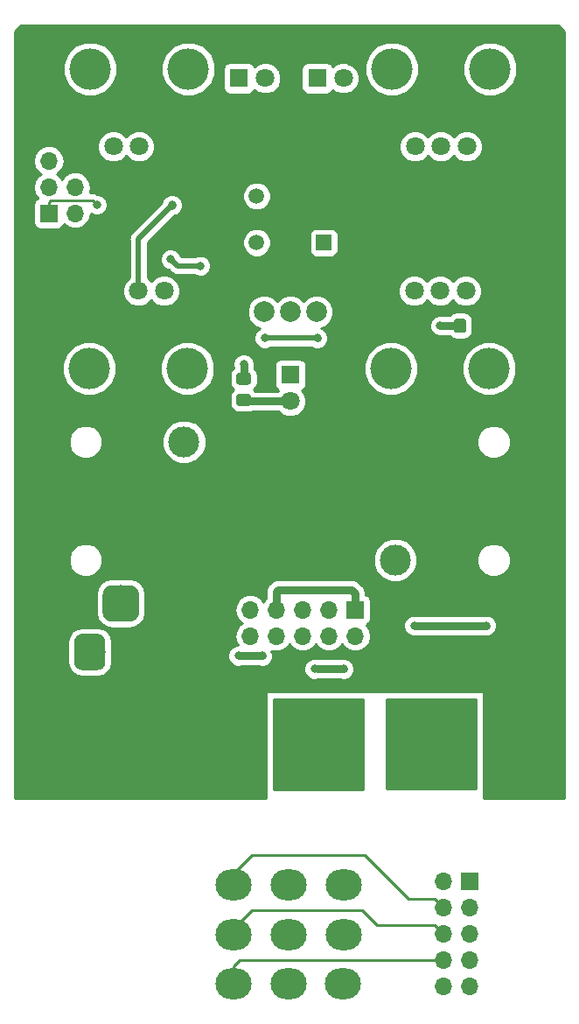
<source format=gbr>
G04 #@! TF.GenerationSoftware,KiCad,Pcbnew,(5.0.0-3-g5ebb6b6)*
G04 #@! TF.CreationDate,2018-11-29T05:39:13+00:00*
G04 #@! TF.ProjectId,Atomizer,41746F6D697A65722E6B696361645F70,rev?*
G04 #@! TF.SameCoordinates,Original*
G04 #@! TF.FileFunction,Copper,L2,Bot,Signal*
G04 #@! TF.FilePolarity,Positive*
%FSLAX46Y46*%
G04 Gerber Fmt 4.6, Leading zero omitted, Abs format (unit mm)*
G04 Created by KiCad (PCBNEW (5.0.0-3-g5ebb6b6)) date Thursday, 29 November 2018 at 05:39:13*
%MOMM*%
%LPD*%
G01*
G04 APERTURE LIST*
G04 #@! TA.AperFunction,ComponentPad*
%ADD10C,3.000000*%
G04 #@! TD*
G04 #@! TA.AperFunction,WasherPad*
%ADD11C,4.000000*%
G04 #@! TD*
G04 #@! TA.AperFunction,ComponentPad*
%ADD12C,1.800000*%
G04 #@! TD*
G04 #@! TA.AperFunction,ComponentPad*
%ADD13O,1.700000X1.700000*%
G04 #@! TD*
G04 #@! TA.AperFunction,ComponentPad*
%ADD14R,1.700000X1.700000*%
G04 #@! TD*
G04 #@! TA.AperFunction,Conductor*
%ADD15C,0.100000*%
G04 #@! TD*
G04 #@! TA.AperFunction,SMDPad,CuDef*
%ADD16C,1.150000*%
G04 #@! TD*
G04 #@! TA.AperFunction,ComponentPad*
%ADD17O,3.500000X3.000000*%
G04 #@! TD*
G04 #@! TA.AperFunction,ComponentPad*
%ADD18R,1.800000X1.800000*%
G04 #@! TD*
G04 #@! TA.AperFunction,ComponentPad*
%ADD19R,3.500000X3.500000*%
G04 #@! TD*
G04 #@! TA.AperFunction,ComponentPad*
%ADD20C,3.500000*%
G04 #@! TD*
G04 #@! TA.AperFunction,ComponentPad*
%ADD21C,2.000000*%
G04 #@! TD*
G04 #@! TA.AperFunction,ComponentPad*
%ADD22R,1.498000X1.498000*%
G04 #@! TD*
G04 #@! TA.AperFunction,ComponentPad*
%ADD23C,1.498000*%
G04 #@! TD*
G04 #@! TA.AperFunction,ViaPad*
%ADD24C,0.800000*%
G04 #@! TD*
G04 #@! TA.AperFunction,Conductor*
%ADD25C,0.750000*%
G04 #@! TD*
G04 #@! TA.AperFunction,Conductor*
%ADD26C,0.500000*%
G04 #@! TD*
G04 #@! TA.AperFunction,Conductor*
%ADD27C,0.250000*%
G04 #@! TD*
G04 #@! TA.AperFunction,Conductor*
%ADD28C,0.254000*%
G04 #@! TD*
G04 APERTURE END LIST*
D10*
G04 #@! TO.P,J_IN1,4*
G04 #@! TO.N,/GND*
X103568500Y-123825000D03*
G04 #@! TO.P,J_IN1,3*
X103568500Y-112395000D03*
G04 #@! TO.P,J_IN1,2*
X90868500Y-112395000D03*
G04 #@! TO.P,J_IN1,1*
G04 #@! TO.N,/3PDT_2_EXT*
X90868500Y-123825000D03*
G04 #@! TD*
G04 #@! TO.P,J_OUT1,4*
G04 #@! TO.N,/GND*
X57721500Y-112395000D03*
G04 #@! TO.P,J_OUT1,3*
X57721500Y-123825000D03*
G04 #@! TO.P,J_OUT1,2*
X70421500Y-123825000D03*
G04 #@! TO.P,J_OUT1,1*
G04 #@! TO.N,/3PDT_5_EXT*
X70421500Y-112395000D03*
G04 #@! TD*
D11*
G04 #@! TO.P,P_VOL1,*
G04 #@! TO.N,*
X90460000Y-105290000D03*
X99960000Y-105290000D03*
D12*
G04 #@! TO.P,P_VOL1,1*
G04 #@! TO.N,Net-(P_VOL1-Pad1)*
X92710000Y-97790000D03*
G04 #@! TO.P,P_VOL1,2*
X95210000Y-97790000D03*
G04 #@! TO.P,P_VOL1,3*
G04 #@! TO.N,/3PDT_6_EXT*
X97710000Y-97790000D03*
G04 #@! TD*
G04 #@! TO.P,P_OSCON1,3*
G04 #@! TO.N,Net-(P_OSCON1-Pad3)*
X63580000Y-83820000D03*
G04 #@! TO.P,P_OSCON1,2*
G04 #@! TO.N,/Atomizer_Clock/FREQ_ADJ_ON_PIN*
X66080000Y-83820000D03*
G04 #@! TO.P,P_OSCON1,1*
G04 #@! TO.N,/GND*
X68580000Y-83820000D03*
D11*
G04 #@! TO.P,P_OSCON1,*
G04 #@! TO.N,*
X61330000Y-76320000D03*
X70830000Y-76320000D03*
G04 #@! TD*
D13*
G04 #@! TO.P,J_AUXTOMAIN1,10*
G04 #@! TO.N,N/C*
X95504000Y-154940000D03*
G04 #@! TO.P,J_AUXTOMAIN1,9*
G04 #@! TO.N,/Atomizer_3PDT/3PDT_9_INT*
X95504000Y-157480000D03*
G04 #@! TO.P,J_AUXTOMAIN1,8*
G04 #@! TO.N,/Atomizer_3PDT/3PDT_8_INT*
X95504000Y-160020000D03*
G04 #@! TO.P,J_AUXTOMAIN1,7*
G04 #@! TO.N,/Atomizer_3PDT/3PDT_7_INT*
X95504000Y-162560000D03*
G04 #@! TO.P,J_AUXTOMAIN1,6*
G04 #@! TO.N,/Atomizer_3PDT/3PDT_6_INT*
X95504000Y-165100000D03*
G04 #@! TO.P,J_AUXTOMAIN1,5*
G04 #@! TO.N,/Atomizer_3PDT/3PDT_5_INT*
X98044000Y-165100000D03*
G04 #@! TO.P,J_AUXTOMAIN1,4*
G04 #@! TO.N,/Atomizer_3PDT/3PDT_4_INT*
X98044000Y-162560000D03*
G04 #@! TO.P,J_AUXTOMAIN1,3*
G04 #@! TO.N,/Atomizer_3PDT/3PDT_3_INT*
X98044000Y-160020000D03*
G04 #@! TO.P,J_AUXTOMAIN1,2*
G04 #@! TO.N,/Atomizer_3PDT/3PDT_2_INT*
X98044000Y-157480000D03*
D14*
G04 #@! TO.P,J_AUXTOMAIN1,1*
G04 #@! TO.N,/Atomizer_3PDT/3PDT_1_INT*
X98044000Y-154940000D03*
G04 #@! TD*
D15*
G04 #@! TO.N,/Atomizer_Clock/CLK_OUT_PIN*
G04 #@! TO.C,R_LPF1*
G36*
X76674505Y-105716204D02*
X76698773Y-105719804D01*
X76722572Y-105725765D01*
X76745671Y-105734030D01*
X76767850Y-105744520D01*
X76788893Y-105757132D01*
X76808599Y-105771747D01*
X76826777Y-105788223D01*
X76843253Y-105806401D01*
X76857868Y-105826107D01*
X76870480Y-105847150D01*
X76880970Y-105869329D01*
X76889235Y-105892428D01*
X76895196Y-105916227D01*
X76898796Y-105940495D01*
X76900000Y-105964999D01*
X76900000Y-106615001D01*
X76898796Y-106639505D01*
X76895196Y-106663773D01*
X76889235Y-106687572D01*
X76880970Y-106710671D01*
X76870480Y-106732850D01*
X76857868Y-106753893D01*
X76843253Y-106773599D01*
X76826777Y-106791777D01*
X76808599Y-106808253D01*
X76788893Y-106822868D01*
X76767850Y-106835480D01*
X76745671Y-106845970D01*
X76722572Y-106854235D01*
X76698773Y-106860196D01*
X76674505Y-106863796D01*
X76650001Y-106865000D01*
X75749999Y-106865000D01*
X75725495Y-106863796D01*
X75701227Y-106860196D01*
X75677428Y-106854235D01*
X75654329Y-106845970D01*
X75632150Y-106835480D01*
X75611107Y-106822868D01*
X75591401Y-106808253D01*
X75573223Y-106791777D01*
X75556747Y-106773599D01*
X75542132Y-106753893D01*
X75529520Y-106732850D01*
X75519030Y-106710671D01*
X75510765Y-106687572D01*
X75504804Y-106663773D01*
X75501204Y-106639505D01*
X75500000Y-106615001D01*
X75500000Y-105964999D01*
X75501204Y-105940495D01*
X75504804Y-105916227D01*
X75510765Y-105892428D01*
X75519030Y-105869329D01*
X75529520Y-105847150D01*
X75542132Y-105826107D01*
X75556747Y-105806401D01*
X75573223Y-105788223D01*
X75591401Y-105771747D01*
X75611107Y-105757132D01*
X75632150Y-105744520D01*
X75654329Y-105734030D01*
X75677428Y-105725765D01*
X75701227Y-105719804D01*
X75725495Y-105716204D01*
X75749999Y-105715000D01*
X76650001Y-105715000D01*
X76674505Y-105716204D01*
X76674505Y-105716204D01*
G37*
D16*
G04 #@! TD*
G04 #@! TO.P,R_LPF1,2*
G04 #@! TO.N,/Atomizer_Clock/CLK_OUT_PIN*
X76200000Y-106290000D03*
D15*
G04 #@! TO.N,Net-(D_LED1-Pad2)*
G04 #@! TO.C,R_LPF1*
G36*
X76674505Y-107766204D02*
X76698773Y-107769804D01*
X76722572Y-107775765D01*
X76745671Y-107784030D01*
X76767850Y-107794520D01*
X76788893Y-107807132D01*
X76808599Y-107821747D01*
X76826777Y-107838223D01*
X76843253Y-107856401D01*
X76857868Y-107876107D01*
X76870480Y-107897150D01*
X76880970Y-107919329D01*
X76889235Y-107942428D01*
X76895196Y-107966227D01*
X76898796Y-107990495D01*
X76900000Y-108014999D01*
X76900000Y-108665001D01*
X76898796Y-108689505D01*
X76895196Y-108713773D01*
X76889235Y-108737572D01*
X76880970Y-108760671D01*
X76870480Y-108782850D01*
X76857868Y-108803893D01*
X76843253Y-108823599D01*
X76826777Y-108841777D01*
X76808599Y-108858253D01*
X76788893Y-108872868D01*
X76767850Y-108885480D01*
X76745671Y-108895970D01*
X76722572Y-108904235D01*
X76698773Y-108910196D01*
X76674505Y-108913796D01*
X76650001Y-108915000D01*
X75749999Y-108915000D01*
X75725495Y-108913796D01*
X75701227Y-108910196D01*
X75677428Y-108904235D01*
X75654329Y-108895970D01*
X75632150Y-108885480D01*
X75611107Y-108872868D01*
X75591401Y-108858253D01*
X75573223Y-108841777D01*
X75556747Y-108823599D01*
X75542132Y-108803893D01*
X75529520Y-108782850D01*
X75519030Y-108760671D01*
X75510765Y-108737572D01*
X75504804Y-108713773D01*
X75501204Y-108689505D01*
X75500000Y-108665001D01*
X75500000Y-108014999D01*
X75501204Y-107990495D01*
X75504804Y-107966227D01*
X75510765Y-107942428D01*
X75519030Y-107919329D01*
X75529520Y-107897150D01*
X75542132Y-107876107D01*
X75556747Y-107856401D01*
X75573223Y-107838223D01*
X75591401Y-107821747D01*
X75611107Y-107807132D01*
X75632150Y-107794520D01*
X75654329Y-107784030D01*
X75677428Y-107775765D01*
X75701227Y-107769804D01*
X75725495Y-107766204D01*
X75749999Y-107765000D01*
X76650001Y-107765000D01*
X76674505Y-107766204D01*
X76674505Y-107766204D01*
G37*
D16*
G04 #@! TD*
G04 #@! TO.P,R_LPF1,1*
G04 #@! TO.N,Net-(D_LED1-Pad2)*
X76200000Y-108340000D03*
D17*
G04 #@! TO.P,SW_EN1,1*
G04 #@! TO.N,/Atomizer_3PDT/3PDT_1_INT*
X85836760Y-164851080D03*
G04 #@! TO.P,SW_EN1,4*
G04 #@! TO.N,/Atomizer_3PDT/3PDT_4_INT*
X80563720Y-164838380D03*
G04 #@! TO.P,SW_EN1,7*
G04 #@! TO.N,/Atomizer_3PDT/3PDT_7_INT*
X75247500Y-164833300D03*
G04 #@! TO.P,SW_EN1,2*
G04 #@! TO.N,/Atomizer_3PDT/3PDT_2_INT*
X85852000Y-160045400D03*
G04 #@! TO.P,SW_EN1,5*
G04 #@! TO.N,/Atomizer_3PDT/3PDT_5_INT*
X80556100Y-160045400D03*
G04 #@! TO.P,SW_EN1,8*
G04 #@! TO.N,/Atomizer_3PDT/3PDT_8_INT*
X75247500Y-160045400D03*
G04 #@! TO.P,SW_EN1,3*
G04 #@! TO.N,/Atomizer_3PDT/3PDT_3_INT*
X85864700Y-155244800D03*
G04 #@! TO.P,SW_EN1,6*
G04 #@! TO.N,/Atomizer_3PDT/3PDT_6_INT*
X80556100Y-155244800D03*
G04 #@! TO.P,SW_EN1,9*
G04 #@! TO.N,/Atomizer_3PDT/3PDT_9_INT*
X75247500Y-155244800D03*
G04 #@! TD*
D15*
G04 #@! TO.N,/GND*
G04 #@! TO.C,R_GAIN1*
G36*
X99545505Y-100456704D02*
X99569773Y-100460304D01*
X99593572Y-100466265D01*
X99616671Y-100474530D01*
X99638850Y-100485020D01*
X99659893Y-100497632D01*
X99679599Y-100512247D01*
X99697777Y-100528723D01*
X99714253Y-100546901D01*
X99728868Y-100566607D01*
X99741480Y-100587650D01*
X99751970Y-100609829D01*
X99760235Y-100632928D01*
X99766196Y-100656727D01*
X99769796Y-100680995D01*
X99771000Y-100705499D01*
X99771000Y-101605501D01*
X99769796Y-101630005D01*
X99766196Y-101654273D01*
X99760235Y-101678072D01*
X99751970Y-101701171D01*
X99741480Y-101723350D01*
X99728868Y-101744393D01*
X99714253Y-101764099D01*
X99697777Y-101782277D01*
X99679599Y-101798753D01*
X99659893Y-101813368D01*
X99638850Y-101825980D01*
X99616671Y-101836470D01*
X99593572Y-101844735D01*
X99569773Y-101850696D01*
X99545505Y-101854296D01*
X99521001Y-101855500D01*
X98870999Y-101855500D01*
X98846495Y-101854296D01*
X98822227Y-101850696D01*
X98798428Y-101844735D01*
X98775329Y-101836470D01*
X98753150Y-101825980D01*
X98732107Y-101813368D01*
X98712401Y-101798753D01*
X98694223Y-101782277D01*
X98677747Y-101764099D01*
X98663132Y-101744393D01*
X98650520Y-101723350D01*
X98640030Y-101701171D01*
X98631765Y-101678072D01*
X98625804Y-101654273D01*
X98622204Y-101630005D01*
X98621000Y-101605501D01*
X98621000Y-100705499D01*
X98622204Y-100680995D01*
X98625804Y-100656727D01*
X98631765Y-100632928D01*
X98640030Y-100609829D01*
X98650520Y-100587650D01*
X98663132Y-100566607D01*
X98677747Y-100546901D01*
X98694223Y-100528723D01*
X98712401Y-100512247D01*
X98732107Y-100497632D01*
X98753150Y-100485020D01*
X98775329Y-100474530D01*
X98798428Y-100466265D01*
X98822227Y-100460304D01*
X98846495Y-100456704D01*
X98870999Y-100455500D01*
X99521001Y-100455500D01*
X99545505Y-100456704D01*
X99545505Y-100456704D01*
G37*
D16*
G04 #@! TD*
G04 #@! TO.P,R_GAIN1,2*
G04 #@! TO.N,/GND*
X99196000Y-101155500D03*
D15*
G04 #@! TO.N,Net-(P_VOL1-Pad1)*
G04 #@! TO.C,R_GAIN1*
G36*
X97495505Y-100456704D02*
X97519773Y-100460304D01*
X97543572Y-100466265D01*
X97566671Y-100474530D01*
X97588850Y-100485020D01*
X97609893Y-100497632D01*
X97629599Y-100512247D01*
X97647777Y-100528723D01*
X97664253Y-100546901D01*
X97678868Y-100566607D01*
X97691480Y-100587650D01*
X97701970Y-100609829D01*
X97710235Y-100632928D01*
X97716196Y-100656727D01*
X97719796Y-100680995D01*
X97721000Y-100705499D01*
X97721000Y-101605501D01*
X97719796Y-101630005D01*
X97716196Y-101654273D01*
X97710235Y-101678072D01*
X97701970Y-101701171D01*
X97691480Y-101723350D01*
X97678868Y-101744393D01*
X97664253Y-101764099D01*
X97647777Y-101782277D01*
X97629599Y-101798753D01*
X97609893Y-101813368D01*
X97588850Y-101825980D01*
X97566671Y-101836470D01*
X97543572Y-101844735D01*
X97519773Y-101850696D01*
X97495505Y-101854296D01*
X97471001Y-101855500D01*
X96820999Y-101855500D01*
X96796495Y-101854296D01*
X96772227Y-101850696D01*
X96748428Y-101844735D01*
X96725329Y-101836470D01*
X96703150Y-101825980D01*
X96682107Y-101813368D01*
X96662401Y-101798753D01*
X96644223Y-101782277D01*
X96627747Y-101764099D01*
X96613132Y-101744393D01*
X96600520Y-101723350D01*
X96590030Y-101701171D01*
X96581765Y-101678072D01*
X96575804Y-101654273D01*
X96572204Y-101630005D01*
X96571000Y-101605501D01*
X96571000Y-100705499D01*
X96572204Y-100680995D01*
X96575804Y-100656727D01*
X96581765Y-100632928D01*
X96590030Y-100609829D01*
X96600520Y-100587650D01*
X96613132Y-100566607D01*
X96627747Y-100546901D01*
X96644223Y-100528723D01*
X96662401Y-100512247D01*
X96682107Y-100497632D01*
X96703150Y-100485020D01*
X96725329Y-100474530D01*
X96748428Y-100466265D01*
X96772227Y-100460304D01*
X96796495Y-100456704D01*
X96820999Y-100455500D01*
X97471001Y-100455500D01*
X97495505Y-100456704D01*
X97495505Y-100456704D01*
G37*
D16*
G04 #@! TD*
G04 #@! TO.P,R_GAIN1,1*
G04 #@! TO.N,Net-(P_VOL1-Pad1)*
X97146000Y-101155500D03*
D18*
G04 #@! TO.P,D_LED1,1*
G04 #@! TO.N,Net-(D_LED1-Pad1)*
X80708741Y-105918000D03*
D12*
G04 #@! TO.P,D_LED1,2*
G04 #@! TO.N,Net-(D_LED1-Pad2)*
X80708741Y-108458000D03*
G04 #@! TD*
D19*
G04 #@! TO.P,J_PWR1,1*
G04 #@! TO.N,/GND*
X67310000Y-132715000D03*
D15*
G04 #@! TD*
G04 #@! TO.N,+9V*
G04 #@! TO.C,J_PWR1*
G36*
X62133513Y-130968611D02*
X62206318Y-130979411D01*
X62277714Y-130997295D01*
X62347013Y-131022090D01*
X62413548Y-131053559D01*
X62476678Y-131091398D01*
X62535795Y-131135242D01*
X62590330Y-131184670D01*
X62639758Y-131239205D01*
X62683602Y-131298322D01*
X62721441Y-131361452D01*
X62752910Y-131427987D01*
X62777705Y-131497286D01*
X62795589Y-131568682D01*
X62806389Y-131641487D01*
X62810000Y-131715000D01*
X62810000Y-133715000D01*
X62806389Y-133788513D01*
X62795589Y-133861318D01*
X62777705Y-133932714D01*
X62752910Y-134002013D01*
X62721441Y-134068548D01*
X62683602Y-134131678D01*
X62639758Y-134190795D01*
X62590330Y-134245330D01*
X62535795Y-134294758D01*
X62476678Y-134338602D01*
X62413548Y-134376441D01*
X62347013Y-134407910D01*
X62277714Y-134432705D01*
X62206318Y-134450589D01*
X62133513Y-134461389D01*
X62060000Y-134465000D01*
X60560000Y-134465000D01*
X60486487Y-134461389D01*
X60413682Y-134450589D01*
X60342286Y-134432705D01*
X60272987Y-134407910D01*
X60206452Y-134376441D01*
X60143322Y-134338602D01*
X60084205Y-134294758D01*
X60029670Y-134245330D01*
X59980242Y-134190795D01*
X59936398Y-134131678D01*
X59898559Y-134068548D01*
X59867090Y-134002013D01*
X59842295Y-133932714D01*
X59824411Y-133861318D01*
X59813611Y-133788513D01*
X59810000Y-133715000D01*
X59810000Y-131715000D01*
X59813611Y-131641487D01*
X59824411Y-131568682D01*
X59842295Y-131497286D01*
X59867090Y-131427987D01*
X59898559Y-131361452D01*
X59936398Y-131298322D01*
X59980242Y-131239205D01*
X60029670Y-131184670D01*
X60084205Y-131135242D01*
X60143322Y-131091398D01*
X60206452Y-131053559D01*
X60272987Y-131022090D01*
X60342286Y-130997295D01*
X60413682Y-130979411D01*
X60486487Y-130968611D01*
X60560000Y-130965000D01*
X62060000Y-130965000D01*
X62133513Y-130968611D01*
X62133513Y-130968611D01*
G37*
D10*
G04 #@! TO.P,J_PWR1,2*
G04 #@! TO.N,+9V*
X61310000Y-132715000D03*
D15*
G04 #@! TD*
G04 #@! TO.N,N/C*
G04 #@! TO.C,J_PWR1*
G36*
X65270765Y-126269213D02*
X65355704Y-126281813D01*
X65438999Y-126302677D01*
X65519848Y-126331605D01*
X65597472Y-126368319D01*
X65671124Y-126412464D01*
X65740094Y-126463616D01*
X65803718Y-126521282D01*
X65861384Y-126584906D01*
X65912536Y-126653876D01*
X65956681Y-126727528D01*
X65993395Y-126805152D01*
X66022323Y-126886001D01*
X66043187Y-126969296D01*
X66055787Y-127054235D01*
X66060000Y-127140000D01*
X66060000Y-128890000D01*
X66055787Y-128975765D01*
X66043187Y-129060704D01*
X66022323Y-129143999D01*
X65993395Y-129224848D01*
X65956681Y-129302472D01*
X65912536Y-129376124D01*
X65861384Y-129445094D01*
X65803718Y-129508718D01*
X65740094Y-129566384D01*
X65671124Y-129617536D01*
X65597472Y-129661681D01*
X65519848Y-129698395D01*
X65438999Y-129727323D01*
X65355704Y-129748187D01*
X65270765Y-129760787D01*
X65185000Y-129765000D01*
X63435000Y-129765000D01*
X63349235Y-129760787D01*
X63264296Y-129748187D01*
X63181001Y-129727323D01*
X63100152Y-129698395D01*
X63022528Y-129661681D01*
X62948876Y-129617536D01*
X62879906Y-129566384D01*
X62816282Y-129508718D01*
X62758616Y-129445094D01*
X62707464Y-129376124D01*
X62663319Y-129302472D01*
X62626605Y-129224848D01*
X62597677Y-129143999D01*
X62576813Y-129060704D01*
X62564213Y-128975765D01*
X62560000Y-128890000D01*
X62560000Y-127140000D01*
X62564213Y-127054235D01*
X62576813Y-126969296D01*
X62597677Y-126886001D01*
X62626605Y-126805152D01*
X62663319Y-126727528D01*
X62707464Y-126653876D01*
X62758616Y-126584906D01*
X62816282Y-126521282D01*
X62879906Y-126463616D01*
X62948876Y-126412464D01*
X63022528Y-126368319D01*
X63100152Y-126331605D01*
X63181001Y-126302677D01*
X63264296Y-126281813D01*
X63349235Y-126269213D01*
X63435000Y-126265000D01*
X65185000Y-126265000D01*
X65270765Y-126269213D01*
X65270765Y-126269213D01*
G37*
D20*
G04 #@! TO.P,J_PWR1,3*
G04 #@! TO.N,N/C*
X64310000Y-128015000D03*
G04 #@! TD*
D12*
G04 #@! TO.P,P_DEPTH1,3*
G04 #@! TO.N,/Atomizer_Clock/CLK_OUT*
X92790000Y-83820000D03*
G04 #@! TO.P,P_DEPTH1,2*
G04 #@! TO.N,Net-(P_DEPTH1-Pad2)*
X95290000Y-83820000D03*
G04 #@! TO.P,P_DEPTH1,1*
G04 #@! TO.N,Net-(P_DEPTH1-Pad1)*
X97790000Y-83820000D03*
D11*
G04 #@! TO.P,P_DEPTH1,*
G04 #@! TO.N,*
X90540000Y-76320000D03*
X100040000Y-76320000D03*
G04 #@! TD*
G04 #@! TO.P,P_OSCOFF1,*
G04 #@! TO.N,*
X61250000Y-105290000D03*
X70750000Y-105290000D03*
D12*
G04 #@! TO.P,P_OSCOFF1,1*
G04 #@! TO.N,/GND*
X63500000Y-97790000D03*
G04 #@! TO.P,P_OSCOFF1,2*
G04 #@! TO.N,/Atomizer_Clock/FREQ_ADJ_OFF_PIN*
X66000000Y-97790000D03*
G04 #@! TO.P,P_OSCOFF1,3*
G04 #@! TO.N,Net-(P_OSCOFF1-Pad3)*
X68500000Y-97790000D03*
G04 #@! TD*
D21*
G04 #@! TO.P,SW_ATTACK1,2*
G04 #@! TO.N,Net-(D_LED1-Pad1)*
X80708741Y-99822000D03*
G04 #@! TO.P,SW_ATTACK1,3*
G04 #@! TO.N,Net-(CP_SLOW1-Pad1)*
X83248741Y-99822000D03*
G04 #@! TO.P,SW_ATTACK1,1*
G04 #@! TO.N,Net-(CP_FAST1-Pad1)*
X78168741Y-99822000D03*
G04 #@! TD*
D14*
G04 #@! TO.P,J_MAINTOAUX1,1*
G04 #@! TO.N,/3PDT_4_EXT*
X86995000Y-128651000D03*
D13*
G04 #@! TO.P,J_MAINTOAUX1,2*
G04 #@! TO.N,/3PDT_2_EXT*
X84455000Y-128651000D03*
G04 #@! TO.P,J_MAINTOAUX1,3*
G04 #@! TO.N,/3PDT_3_EXT*
X81915000Y-128651000D03*
G04 #@! TO.P,J_MAINTOAUX1,4*
G04 #@! TO.N,/3PDT_4_EXT*
X79375000Y-128651000D03*
G04 #@! TO.P,J_MAINTOAUX1,5*
G04 #@! TO.N,/3PDT_5_EXT*
X76835000Y-128651000D03*
G04 #@! TO.P,J_MAINTOAUX1,6*
G04 #@! TO.N,/3PDT_6_EXT*
X76835000Y-131191000D03*
G04 #@! TO.P,J_MAINTOAUX1,7*
G04 #@! TO.N,N/C*
X79375000Y-131191000D03*
G04 #@! TO.P,J_MAINTOAUX1,8*
G04 #@! TO.N,/3PDT_8_EXT*
X81915000Y-131191000D03*
G04 #@! TO.P,J_MAINTOAUX1,9*
G04 #@! TO.N,+5V*
X84455000Y-131191000D03*
G04 #@! TO.P,J_MAINTOAUX1,10*
G04 #@! TO.N,N/C*
X86995000Y-131191000D03*
G04 #@! TD*
D14*
G04 #@! TO.P,J_ICSP1,1*
G04 #@! TO.N,/Atomizer_Clock/CLK_OUT_PIN*
X57340500Y-90297000D03*
D13*
G04 #@! TO.P,J_ICSP1,2*
G04 #@! TO.N,/3PDT_8_EXT*
X59880500Y-90297000D03*
G04 #@! TO.P,J_ICSP1,3*
G04 #@! TO.N,/Atomizer_Clock/MODE_LED_PIN*
X57340500Y-87757000D03*
G04 #@! TO.P,J_ICSP1,4*
G04 #@! TO.N,/Atomizer_Clock/MODE_BTN_PIN*
X59880500Y-87757000D03*
G04 #@! TO.P,J_ICSP1,5*
G04 #@! TO.N,/Atomizer_Clock/RESET*
X57340500Y-85217000D03*
G04 #@! TO.P,J_ICSP1,6*
G04 #@! TO.N,/GND*
X59880500Y-85217000D03*
G04 #@! TD*
D22*
G04 #@! TO.P,SW_MODE1,1*
G04 #@! TO.N,N/C*
X83958500Y-93118500D03*
D23*
G04 #@! TO.P,SW_MODE1,3*
G04 #@! TO.N,/GND*
X83958500Y-88618500D03*
G04 #@! TO.P,SW_MODE1,2*
G04 #@! TO.N,Net-(R_MODE1-Pad2)*
X77458500Y-93118500D03*
G04 #@! TO.P,SW_MODE1,4*
G04 #@! TO.N,N/C*
X77458500Y-88618500D03*
G04 #@! TD*
D12*
G04 #@! TO.P,D_LEDHI1,2*
G04 #@! TO.N,Net-(D_LEDHI1-Pad2)*
X78295500Y-77216000D03*
D18*
G04 #@! TO.P,D_LEDHI1,1*
G04 #@! TO.N,Net-(D_HI1-Pad2)*
X75755500Y-77216000D03*
G04 #@! TD*
G04 #@! TO.P,D_LEDLO1,1*
G04 #@! TO.N,Net-(D_LEDHI1-Pad2)*
X83312000Y-77216000D03*
D12*
G04 #@! TO.P,D_LEDLO1,2*
G04 #@! TO.N,Net-(D_LEDLO1-Pad2)*
X85852000Y-77216000D03*
G04 #@! TD*
D24*
G04 #@! TO.N,-9V*
X90551000Y-145415000D03*
X90551000Y-144145000D03*
X90551000Y-142875000D03*
X90551000Y-141605000D03*
X90551000Y-140335000D03*
X90551000Y-139065000D03*
X90551000Y-137795000D03*
X91821000Y-137795000D03*
X91821000Y-139065000D03*
X91821000Y-140335000D03*
X91821000Y-141605000D03*
X91821000Y-142875000D03*
X91821000Y-144145000D03*
X91821000Y-145415000D03*
X93091000Y-145415000D03*
X93091000Y-139065000D03*
X94361000Y-139065000D03*
X94361000Y-137795000D03*
X93091000Y-137795000D03*
X94361000Y-145415000D03*
G04 #@! TO.N,/3PDT_8_EXT*
X75692000Y-133095994D03*
X77978000Y-133096000D03*
G04 #@! TO.N,+5V*
X87249000Y-137795000D03*
X87249000Y-139065000D03*
X87249000Y-140335000D03*
X87249000Y-142875000D03*
X87249000Y-145415000D03*
X85979000Y-145415000D03*
X85979000Y-142875000D03*
X85979000Y-140335000D03*
X85979000Y-139065000D03*
X85979000Y-137795000D03*
X84709000Y-137795000D03*
X83439000Y-137795000D03*
X84709000Y-145415000D03*
X83439000Y-145415000D03*
X87249000Y-144145000D03*
X85979000Y-144145000D03*
G04 #@! TO.N,/3PDT_3_EXT*
X99695000Y-130175000D03*
X92710000Y-130175000D03*
G04 #@! TO.N,/3PDT_6_EXT*
X83058000Y-134366001D03*
X85852000Y-134366000D03*
G04 #@! TO.N,Net-(P_VOL1-Pad1)*
X95210000Y-101155500D03*
G04 #@! TO.N,/GND*
X63500000Y-139446000D03*
X61468000Y-139446000D03*
X68834000Y-141986000D03*
X55617000Y-138675000D03*
X72771000Y-135890000D03*
X104146000Y-92482000D03*
X94551500Y-93091000D03*
X72390000Y-88265000D03*
X58420000Y-95885000D03*
X58420000Y-93980000D03*
X99178000Y-135636000D03*
X106680000Y-136525000D03*
X105156000Y-128016000D03*
X90805000Y-85725000D03*
X80645000Y-85725000D03*
X104648000Y-76708000D03*
X105156000Y-145796000D03*
G04 #@! TO.N,Net-(CP_FAST1-Pad1)*
X78232000Y-102361994D03*
X83312000Y-102362000D03*
G04 #@! TO.N,/Atomizer_Clock/FREQ_ADJ_OFF_PIN*
X69255970Y-89494030D03*
G04 #@! TO.N,/Atomizer_Clock/CLK_OUT_PIN*
X76200000Y-104902000D03*
X61980659Y-89466839D03*
G04 #@! TO.N,/Atomizer_Clock/MODE_LED_PIN*
X72009000Y-95377000D03*
X69111717Y-94723849D03*
G04 #@! TD*
D25*
G04 #@! TO.N,/3PDT_8_EXT*
X77977994Y-133095994D02*
X77978000Y-133096000D01*
X75692000Y-133095994D02*
X77977994Y-133095994D01*
G04 #@! TO.N,/3PDT_4_EXT*
X86995000Y-127051000D02*
X86995000Y-128651000D01*
X86690000Y-126746000D02*
X86995000Y-127051000D01*
X79502000Y-126746000D02*
X86690000Y-126746000D01*
X79375000Y-126873000D02*
X79502000Y-126746000D01*
X79375000Y-128651000D02*
X79375000Y-126873000D01*
G04 #@! TO.N,/3PDT_3_EXT*
X99695000Y-130175000D02*
X92710000Y-130175000D01*
X93345000Y-130175000D02*
X92710000Y-130175000D01*
G04 #@! TO.N,/3PDT_6_EXT*
X85286315Y-134366000D02*
X85852000Y-134366000D01*
X83312000Y-134366000D02*
X85286315Y-134366000D01*
G04 #@! TO.N,Net-(P_VOL1-Pad1)*
X95210000Y-101155500D02*
X97146000Y-101155500D01*
D26*
G04 #@! TO.N,Net-(CP_FAST1-Pad1)*
X78232000Y-102361994D02*
X83311994Y-102361994D01*
D25*
X83311994Y-102361994D02*
X83312000Y-102362000D01*
D27*
G04 #@! TO.N,/Atomizer_3PDT/3PDT_9_INT*
X75247500Y-154114500D02*
X75247500Y-155244800D01*
X76962000Y-152400000D02*
X75247500Y-154114500D01*
X87884000Y-152400000D02*
X76962000Y-152400000D01*
X92114001Y-156630001D02*
X87884000Y-152400000D01*
X95504000Y-157480000D02*
X94654001Y-156630001D01*
X94654001Y-156630001D02*
X92114001Y-156630001D01*
G04 #@! TO.N,/Atomizer_3PDT/3PDT_8_INT*
X75247500Y-159448500D02*
X75247500Y-160045400D01*
X76962000Y-157734000D02*
X75247500Y-159448500D01*
X87630000Y-157734000D02*
X76962000Y-157734000D01*
X89066001Y-159170001D02*
X87630000Y-157734000D01*
X95504000Y-160020000D02*
X94654001Y-159170001D01*
X94654001Y-159170001D02*
X89066001Y-159170001D01*
G04 #@! TO.N,/Atomizer_3PDT/3PDT_7_INT*
X75247500Y-163083300D02*
X75247500Y-164833300D01*
X75770800Y-162560000D02*
X75247500Y-163083300D01*
X95504000Y-162560000D02*
X75770800Y-162560000D01*
D26*
G04 #@! TO.N,/Atomizer_Clock/FREQ_ADJ_OFF_PIN*
X66000000Y-97790000D02*
X66000000Y-93385000D01*
X66000000Y-92750000D02*
X66000000Y-93385000D01*
D25*
X69215000Y-89535000D02*
X69255970Y-89494030D01*
D26*
X69255970Y-89494030D02*
X66000000Y-92750000D01*
D25*
G04 #@! TO.N,/Atomizer_Clock/CLK_OUT_PIN*
X76200000Y-106417000D02*
X76200000Y-105742000D01*
X76200000Y-105742000D02*
X76200000Y-104902000D01*
D27*
X57340500Y-89197000D02*
X57510500Y-89027000D01*
X61540820Y-89027000D02*
X61580660Y-89066840D01*
X57340500Y-90297000D02*
X57340500Y-89197000D01*
X61580660Y-89066840D02*
X61980659Y-89466839D01*
X57510500Y-89027000D02*
X61540820Y-89027000D01*
D26*
G04 #@! TO.N,/Atomizer_Clock/MODE_LED_PIN*
X69786500Y-95377000D02*
X69215000Y-94805500D01*
X72009000Y-95377000D02*
X69786500Y-95377000D01*
D25*
G04 #@! TO.N,Net-(D_LED1-Pad1)*
X80772000Y-99758741D02*
X80708741Y-99822000D01*
G04 #@! TO.N,Net-(D_LED1-Pad2)*
X80699741Y-108467000D02*
X80708741Y-108458000D01*
X76200000Y-108467000D02*
X80699741Y-108467000D01*
G04 #@! TD*
D28*
G04 #@! TO.N,-9V*
G36*
X98679000Y-145923000D02*
X90043000Y-145923000D01*
X90043000Y-137287000D01*
X98679000Y-137287000D01*
X98679000Y-145923000D01*
X98679000Y-145923000D01*
G37*
X98679000Y-145923000D02*
X90043000Y-145923000D01*
X90043000Y-137287000D01*
X98679000Y-137287000D01*
X98679000Y-145923000D01*
G04 #@! TO.N,+5V*
G36*
X87757000Y-146050000D02*
X79121000Y-146050000D01*
X79121000Y-137287000D01*
X87757000Y-137287000D01*
X87757000Y-146050000D01*
X87757000Y-146050000D01*
G37*
X87757000Y-146050000D02*
X79121000Y-146050000D01*
X79121000Y-137287000D01*
X87757000Y-137287000D01*
X87757000Y-146050000D01*
G04 #@! TO.N,/GND*
G36*
X107215000Y-72694447D02*
X107215001Y-146839000D01*
X99441000Y-146839000D01*
X99441000Y-136652000D01*
X99431333Y-136603399D01*
X99403803Y-136562197D01*
X99362601Y-136534667D01*
X99314000Y-136525000D01*
X78486000Y-136525000D01*
X78437399Y-136534667D01*
X78396197Y-136562197D01*
X78368667Y-136603399D01*
X78359000Y-136652000D01*
X78359000Y-146839000D01*
X54075000Y-146839000D01*
X54075000Y-131715000D01*
X59162560Y-131715000D01*
X59162560Y-133715000D01*
X59268934Y-134249777D01*
X59571861Y-134703139D01*
X60025223Y-135006066D01*
X60560000Y-135112440D01*
X62060000Y-135112440D01*
X62594777Y-135006066D01*
X63048139Y-134703139D01*
X63351066Y-134249777D01*
X63368898Y-134160127D01*
X82023000Y-134160127D01*
X82023000Y-134571875D01*
X82180569Y-134952281D01*
X82471720Y-135243432D01*
X82852126Y-135401001D01*
X83263874Y-135401001D01*
X83324232Y-135376000D01*
X85585771Y-135376000D01*
X85646126Y-135401000D01*
X86057874Y-135401000D01*
X86438280Y-135243431D01*
X86729431Y-134952280D01*
X86887000Y-134571874D01*
X86887000Y-134160126D01*
X86729431Y-133779720D01*
X86438280Y-133488569D01*
X86057874Y-133331000D01*
X85646126Y-133331000D01*
X85585771Y-133356000D01*
X83324227Y-133356000D01*
X83263874Y-133331001D01*
X82852126Y-133331001D01*
X82471720Y-133488570D01*
X82180569Y-133779721D01*
X82023000Y-134160127D01*
X63368898Y-134160127D01*
X63457440Y-133715000D01*
X63457440Y-132890120D01*
X74657000Y-132890120D01*
X74657000Y-133301868D01*
X74814569Y-133682274D01*
X75105720Y-133973425D01*
X75486126Y-134130994D01*
X75897874Y-134130994D01*
X75958229Y-134105994D01*
X77711756Y-134105994D01*
X77772126Y-134131000D01*
X78183874Y-134131000D01*
X78564280Y-133973431D01*
X78855431Y-133682280D01*
X79013000Y-133301874D01*
X79013000Y-132890126D01*
X78896971Y-132610006D01*
X79228744Y-132676000D01*
X79521256Y-132676000D01*
X79954418Y-132589839D01*
X80445625Y-132261625D01*
X80645000Y-131963239D01*
X80844375Y-132261625D01*
X81335582Y-132589839D01*
X81768744Y-132676000D01*
X82061256Y-132676000D01*
X82494418Y-132589839D01*
X82985625Y-132261625D01*
X83185000Y-131963239D01*
X83384375Y-132261625D01*
X83875582Y-132589839D01*
X84308744Y-132676000D01*
X84601256Y-132676000D01*
X85034418Y-132589839D01*
X85525625Y-132261625D01*
X85725000Y-131963239D01*
X85924375Y-132261625D01*
X86415582Y-132589839D01*
X86848744Y-132676000D01*
X87141256Y-132676000D01*
X87574418Y-132589839D01*
X88065625Y-132261625D01*
X88393839Y-131770418D01*
X88509092Y-131191000D01*
X88393839Y-130611582D01*
X88065625Y-130120375D01*
X88047381Y-130108184D01*
X88092765Y-130099157D01*
X88287368Y-129969126D01*
X91675000Y-129969126D01*
X91675000Y-130380874D01*
X91832569Y-130761280D01*
X92123720Y-131052431D01*
X92504126Y-131210000D01*
X92915874Y-131210000D01*
X92976229Y-131185000D01*
X99428771Y-131185000D01*
X99489126Y-131210000D01*
X99900874Y-131210000D01*
X100281280Y-131052431D01*
X100572431Y-130761280D01*
X100730000Y-130380874D01*
X100730000Y-129969126D01*
X100572431Y-129588720D01*
X100281280Y-129297569D01*
X99900874Y-129140000D01*
X99489126Y-129140000D01*
X99428771Y-129165000D01*
X92976229Y-129165000D01*
X92915874Y-129140000D01*
X92504126Y-129140000D01*
X92123720Y-129297569D01*
X91832569Y-129588720D01*
X91675000Y-129969126D01*
X88287368Y-129969126D01*
X88302809Y-129958809D01*
X88443157Y-129748765D01*
X88492440Y-129501000D01*
X88492440Y-127801000D01*
X88443157Y-127553235D01*
X88302809Y-127343191D01*
X88092765Y-127202843D01*
X88005000Y-127185386D01*
X88005000Y-127150470D01*
X88024786Y-127050999D01*
X88005000Y-126951529D01*
X88005000Y-126951524D01*
X87946399Y-126656918D01*
X87723169Y-126322831D01*
X87638836Y-126266481D01*
X87474518Y-126102164D01*
X87418169Y-126017831D01*
X87084082Y-125794601D01*
X86789476Y-125736000D01*
X86789471Y-125736000D01*
X86690000Y-125716214D01*
X86590529Y-125736000D01*
X79601470Y-125736000D01*
X79501999Y-125716214D01*
X79402529Y-125736000D01*
X79402524Y-125736000D01*
X79107918Y-125794601D01*
X78773831Y-126017831D01*
X78722961Y-126093963D01*
X78646832Y-126144831D01*
X78590485Y-126229160D01*
X78590482Y-126229163D01*
X78471547Y-126407163D01*
X78423602Y-126478918D01*
X78388196Y-126656918D01*
X78345214Y-126873000D01*
X78365001Y-126972475D01*
X78365001Y-127539866D01*
X78304375Y-127580375D01*
X78105000Y-127878761D01*
X77905625Y-127580375D01*
X77414418Y-127252161D01*
X76981256Y-127166000D01*
X76688744Y-127166000D01*
X76255582Y-127252161D01*
X75764375Y-127580375D01*
X75436161Y-128071582D01*
X75320908Y-128651000D01*
X75436161Y-129230418D01*
X75764375Y-129721625D01*
X76062761Y-129921000D01*
X75764375Y-130120375D01*
X75436161Y-130611582D01*
X75320908Y-131191000D01*
X75436161Y-131770418D01*
X75630318Y-132060994D01*
X75486126Y-132060994D01*
X75105720Y-132218563D01*
X74814569Y-132509714D01*
X74657000Y-132890120D01*
X63457440Y-132890120D01*
X63457440Y-131715000D01*
X63351066Y-131180223D01*
X63048139Y-130726861D01*
X62594777Y-130423934D01*
X62060000Y-130317560D01*
X60560000Y-130317560D01*
X60025223Y-130423934D01*
X59571861Y-130726861D01*
X59268934Y-131180223D01*
X59162560Y-131715000D01*
X54075000Y-131715000D01*
X54075000Y-127140000D01*
X61912560Y-127140000D01*
X61912560Y-128890000D01*
X62028449Y-129472613D01*
X62358472Y-129966528D01*
X62852387Y-130296551D01*
X63435000Y-130412440D01*
X65185000Y-130412440D01*
X65767613Y-130296551D01*
X66261528Y-129966528D01*
X66591551Y-129472613D01*
X66707440Y-128890000D01*
X66707440Y-127140000D01*
X66591551Y-126557387D01*
X66261528Y-126063472D01*
X65767613Y-125733449D01*
X65185000Y-125617560D01*
X63435000Y-125617560D01*
X62852387Y-125733449D01*
X62358472Y-126063472D01*
X62028449Y-126557387D01*
X61912560Y-127140000D01*
X54075000Y-127140000D01*
X54075000Y-123499778D01*
X59261500Y-123499778D01*
X59261500Y-124150222D01*
X59510414Y-124751153D01*
X59970347Y-125211086D01*
X60571278Y-125460000D01*
X61221722Y-125460000D01*
X61822653Y-125211086D01*
X62282586Y-124751153D01*
X62531500Y-124150222D01*
X62531500Y-123499778D01*
X62490304Y-123400322D01*
X88733500Y-123400322D01*
X88733500Y-124249678D01*
X89058534Y-125034380D01*
X89659120Y-125634966D01*
X90443822Y-125960000D01*
X91293178Y-125960000D01*
X92077880Y-125634966D01*
X92678466Y-125034380D01*
X93003500Y-124249678D01*
X93003500Y-123499778D01*
X98758500Y-123499778D01*
X98758500Y-124150222D01*
X99007414Y-124751153D01*
X99467347Y-125211086D01*
X100068278Y-125460000D01*
X100718722Y-125460000D01*
X101319653Y-125211086D01*
X101779586Y-124751153D01*
X102028500Y-124150222D01*
X102028500Y-123499778D01*
X101779586Y-122898847D01*
X101319653Y-122438914D01*
X100718722Y-122190000D01*
X100068278Y-122190000D01*
X99467347Y-122438914D01*
X99007414Y-122898847D01*
X98758500Y-123499778D01*
X93003500Y-123499778D01*
X93003500Y-123400322D01*
X92678466Y-122615620D01*
X92077880Y-122015034D01*
X91293178Y-121690000D01*
X90443822Y-121690000D01*
X89659120Y-122015034D01*
X89058534Y-122615620D01*
X88733500Y-123400322D01*
X62490304Y-123400322D01*
X62282586Y-122898847D01*
X61822653Y-122438914D01*
X61221722Y-122190000D01*
X60571278Y-122190000D01*
X59970347Y-122438914D01*
X59510414Y-122898847D01*
X59261500Y-123499778D01*
X54075000Y-123499778D01*
X54075000Y-112069778D01*
X59261500Y-112069778D01*
X59261500Y-112720222D01*
X59510414Y-113321153D01*
X59970347Y-113781086D01*
X60571278Y-114030000D01*
X61221722Y-114030000D01*
X61822653Y-113781086D01*
X62282586Y-113321153D01*
X62531500Y-112720222D01*
X62531500Y-112069778D01*
X62490304Y-111970322D01*
X68286500Y-111970322D01*
X68286500Y-112819678D01*
X68611534Y-113604380D01*
X69212120Y-114204966D01*
X69996822Y-114530000D01*
X70846178Y-114530000D01*
X71630880Y-114204966D01*
X72231466Y-113604380D01*
X72556500Y-112819678D01*
X72556500Y-112069778D01*
X98758500Y-112069778D01*
X98758500Y-112720222D01*
X99007414Y-113321153D01*
X99467347Y-113781086D01*
X100068278Y-114030000D01*
X100718722Y-114030000D01*
X101319653Y-113781086D01*
X101779586Y-113321153D01*
X102028500Y-112720222D01*
X102028500Y-112069778D01*
X101779586Y-111468847D01*
X101319653Y-111008914D01*
X100718722Y-110760000D01*
X100068278Y-110760000D01*
X99467347Y-111008914D01*
X99007414Y-111468847D01*
X98758500Y-112069778D01*
X72556500Y-112069778D01*
X72556500Y-111970322D01*
X72231466Y-111185620D01*
X71630880Y-110585034D01*
X70846178Y-110260000D01*
X69996822Y-110260000D01*
X69212120Y-110585034D01*
X68611534Y-111185620D01*
X68286500Y-111970322D01*
X62490304Y-111970322D01*
X62282586Y-111468847D01*
X61822653Y-111008914D01*
X61221722Y-110760000D01*
X60571278Y-110760000D01*
X59970347Y-111008914D01*
X59510414Y-111468847D01*
X59261500Y-112069778D01*
X54075000Y-112069778D01*
X54075000Y-104765866D01*
X58615000Y-104765866D01*
X58615000Y-105814134D01*
X59016155Y-106782608D01*
X59757392Y-107523845D01*
X60725866Y-107925000D01*
X61774134Y-107925000D01*
X62742608Y-107523845D01*
X63483845Y-106782608D01*
X63885000Y-105814134D01*
X63885000Y-104765866D01*
X68115000Y-104765866D01*
X68115000Y-105814134D01*
X68516155Y-106782608D01*
X69257392Y-107523845D01*
X70225866Y-107925000D01*
X71274134Y-107925000D01*
X72242608Y-107523845D01*
X72983845Y-106782608D01*
X73322509Y-105964999D01*
X74852560Y-105964999D01*
X74852560Y-106615001D01*
X74920873Y-106958436D01*
X75115414Y-107249586D01*
X75213313Y-107315000D01*
X75115414Y-107380414D01*
X74920873Y-107671564D01*
X74852560Y-108014999D01*
X74852560Y-108665001D01*
X74920873Y-109008436D01*
X75115414Y-109299586D01*
X75406564Y-109494127D01*
X75749999Y-109562440D01*
X76650001Y-109562440D01*
X76993436Y-109494127D01*
X77019068Y-109477000D01*
X79556924Y-109477000D01*
X79839234Y-109759310D01*
X80403411Y-109993000D01*
X81014071Y-109993000D01*
X81578248Y-109759310D01*
X82010051Y-109327507D01*
X82243741Y-108763330D01*
X82243741Y-108152670D01*
X82010051Y-107588493D01*
X81840833Y-107419275D01*
X81856506Y-107416157D01*
X82066550Y-107275809D01*
X82206898Y-107065765D01*
X82256181Y-106818000D01*
X82256181Y-105018000D01*
X82206898Y-104770235D01*
X82203979Y-104765866D01*
X87825000Y-104765866D01*
X87825000Y-105814134D01*
X88226155Y-106782608D01*
X88967392Y-107523845D01*
X89935866Y-107925000D01*
X90984134Y-107925000D01*
X91952608Y-107523845D01*
X92693845Y-106782608D01*
X93095000Y-105814134D01*
X93095000Y-104765866D01*
X97325000Y-104765866D01*
X97325000Y-105814134D01*
X97726155Y-106782608D01*
X98467392Y-107523845D01*
X99435866Y-107925000D01*
X100484134Y-107925000D01*
X101452608Y-107523845D01*
X102193845Y-106782608D01*
X102595000Y-105814134D01*
X102595000Y-104765866D01*
X102193845Y-103797392D01*
X101452608Y-103056155D01*
X100484134Y-102655000D01*
X99435866Y-102655000D01*
X98467392Y-103056155D01*
X97726155Y-103797392D01*
X97325000Y-104765866D01*
X93095000Y-104765866D01*
X92693845Y-103797392D01*
X91952608Y-103056155D01*
X90984134Y-102655000D01*
X89935866Y-102655000D01*
X88967392Y-103056155D01*
X88226155Y-103797392D01*
X87825000Y-104765866D01*
X82203979Y-104765866D01*
X82066550Y-104560191D01*
X81856506Y-104419843D01*
X81608741Y-104370560D01*
X79808741Y-104370560D01*
X79560976Y-104419843D01*
X79350932Y-104560191D01*
X79210584Y-104770235D01*
X79161301Y-105018000D01*
X79161301Y-106818000D01*
X79210584Y-107065765D01*
X79350932Y-107275809D01*
X79560976Y-107416157D01*
X79576649Y-107419275D01*
X79538924Y-107457000D01*
X77335759Y-107457000D01*
X77284586Y-107380414D01*
X77186687Y-107315000D01*
X77284586Y-107249586D01*
X77479127Y-106958436D01*
X77547440Y-106615001D01*
X77547440Y-105964999D01*
X77479127Y-105621564D01*
X77284586Y-105330414D01*
X77210000Y-105280577D01*
X77210000Y-105168229D01*
X77235000Y-105107874D01*
X77235000Y-104696126D01*
X77077431Y-104315720D01*
X76786280Y-104024569D01*
X76405874Y-103867000D01*
X75994126Y-103867000D01*
X75613720Y-104024569D01*
X75322569Y-104315720D01*
X75165000Y-104696126D01*
X75165000Y-105107874D01*
X75190000Y-105168229D01*
X75190000Y-105280577D01*
X75115414Y-105330414D01*
X74920873Y-105621564D01*
X74852560Y-105964999D01*
X73322509Y-105964999D01*
X73385000Y-105814134D01*
X73385000Y-104765866D01*
X72983845Y-103797392D01*
X72242608Y-103056155D01*
X71274134Y-102655000D01*
X70225866Y-102655000D01*
X69257392Y-103056155D01*
X68516155Y-103797392D01*
X68115000Y-104765866D01*
X63885000Y-104765866D01*
X63483845Y-103797392D01*
X62742608Y-103056155D01*
X61774134Y-102655000D01*
X60725866Y-102655000D01*
X59757392Y-103056155D01*
X59016155Y-103797392D01*
X58615000Y-104765866D01*
X54075000Y-104765866D01*
X54075000Y-99496778D01*
X76533741Y-99496778D01*
X76533741Y-100147222D01*
X76782655Y-100748153D01*
X77242588Y-101208086D01*
X77777891Y-101429816D01*
X77645720Y-101484563D01*
X77354569Y-101775714D01*
X77197000Y-102156120D01*
X77197000Y-102567868D01*
X77354569Y-102948274D01*
X77645720Y-103239425D01*
X78026126Y-103396994D01*
X78437874Y-103396994D01*
X78800007Y-103246994D01*
X82743979Y-103246994D01*
X83106126Y-103397000D01*
X83517874Y-103397000D01*
X83898280Y-103239431D01*
X84189431Y-102948280D01*
X84347000Y-102567874D01*
X84347000Y-102156126D01*
X84189431Y-101775720D01*
X83898280Y-101484569D01*
X83702843Y-101403616D01*
X84174894Y-101208086D01*
X84433354Y-100949626D01*
X94175000Y-100949626D01*
X94175000Y-101361374D01*
X94332569Y-101741780D01*
X94623720Y-102032931D01*
X95004126Y-102190500D01*
X95415874Y-102190500D01*
X95476229Y-102165500D01*
X96136577Y-102165500D01*
X96186414Y-102240086D01*
X96477564Y-102434627D01*
X96820999Y-102502940D01*
X97471001Y-102502940D01*
X97814436Y-102434627D01*
X98105586Y-102240086D01*
X98300127Y-101948936D01*
X98368440Y-101605501D01*
X98368440Y-100705499D01*
X98300127Y-100362064D01*
X98105586Y-100070914D01*
X97814436Y-99876373D01*
X97471001Y-99808060D01*
X96820999Y-99808060D01*
X96477564Y-99876373D01*
X96186414Y-100070914D01*
X96136577Y-100145500D01*
X95476229Y-100145500D01*
X95415874Y-100120500D01*
X95004126Y-100120500D01*
X94623720Y-100278069D01*
X94332569Y-100569220D01*
X94175000Y-100949626D01*
X84433354Y-100949626D01*
X84634827Y-100748153D01*
X84883741Y-100147222D01*
X84883741Y-99496778D01*
X84634827Y-98895847D01*
X84174894Y-98435914D01*
X83573963Y-98187000D01*
X82923519Y-98187000D01*
X82322588Y-98435914D01*
X81978741Y-98779761D01*
X81634894Y-98435914D01*
X81033963Y-98187000D01*
X80383519Y-98187000D01*
X79782588Y-98435914D01*
X79438741Y-98779761D01*
X79094894Y-98435914D01*
X78493963Y-98187000D01*
X77843519Y-98187000D01*
X77242588Y-98435914D01*
X76782655Y-98895847D01*
X76533741Y-99496778D01*
X54075000Y-99496778D01*
X54075000Y-97484670D01*
X64465000Y-97484670D01*
X64465000Y-98095330D01*
X64698690Y-98659507D01*
X65130493Y-99091310D01*
X65694670Y-99325000D01*
X66305330Y-99325000D01*
X66869507Y-99091310D01*
X67250000Y-98710817D01*
X67630493Y-99091310D01*
X68194670Y-99325000D01*
X68805330Y-99325000D01*
X69369507Y-99091310D01*
X69801310Y-98659507D01*
X70035000Y-98095330D01*
X70035000Y-97484670D01*
X91175000Y-97484670D01*
X91175000Y-98095330D01*
X91408690Y-98659507D01*
X91840493Y-99091310D01*
X92404670Y-99325000D01*
X93015330Y-99325000D01*
X93579507Y-99091310D01*
X93960000Y-98710817D01*
X94340493Y-99091310D01*
X94904670Y-99325000D01*
X95515330Y-99325000D01*
X96079507Y-99091310D01*
X96460000Y-98710817D01*
X96840493Y-99091310D01*
X97404670Y-99325000D01*
X98015330Y-99325000D01*
X98579507Y-99091310D01*
X99011310Y-98659507D01*
X99245000Y-98095330D01*
X99245000Y-97484670D01*
X99011310Y-96920493D01*
X98579507Y-96488690D01*
X98015330Y-96255000D01*
X97404670Y-96255000D01*
X96840493Y-96488690D01*
X96460000Y-96869183D01*
X96079507Y-96488690D01*
X95515330Y-96255000D01*
X94904670Y-96255000D01*
X94340493Y-96488690D01*
X93960000Y-96869183D01*
X93579507Y-96488690D01*
X93015330Y-96255000D01*
X92404670Y-96255000D01*
X91840493Y-96488690D01*
X91408690Y-96920493D01*
X91175000Y-97484670D01*
X70035000Y-97484670D01*
X69801310Y-96920493D01*
X69369507Y-96488690D01*
X68805330Y-96255000D01*
X68194670Y-96255000D01*
X67630493Y-96488690D01*
X67250000Y-96869183D01*
X66885000Y-96504183D01*
X66885000Y-94517975D01*
X68076717Y-94517975D01*
X68076717Y-94929723D01*
X68234286Y-95310129D01*
X68525437Y-95601280D01*
X68905843Y-95758849D01*
X68916770Y-95758849D01*
X69099077Y-95941155D01*
X69148451Y-96015049D01*
X69222344Y-96064423D01*
X69222345Y-96064424D01*
X69278086Y-96101669D01*
X69441190Y-96210652D01*
X69699335Y-96262000D01*
X69699340Y-96262000D01*
X69786499Y-96279337D01*
X69873659Y-96262000D01*
X71440993Y-96262000D01*
X71803126Y-96412000D01*
X72214874Y-96412000D01*
X72595280Y-96254431D01*
X72886431Y-95963280D01*
X73044000Y-95582874D01*
X73044000Y-95171126D01*
X72886431Y-94790720D01*
X72595280Y-94499569D01*
X72214874Y-94342000D01*
X71803126Y-94342000D01*
X71440993Y-94492000D01*
X70153079Y-94492000D01*
X70123852Y-94462773D01*
X69989148Y-94137569D01*
X69697997Y-93846418D01*
X69317591Y-93688849D01*
X68905843Y-93688849D01*
X68525437Y-93846418D01*
X68234286Y-94137569D01*
X68076717Y-94517975D01*
X66885000Y-94517975D01*
X66885000Y-93116578D01*
X67158373Y-92843205D01*
X76074500Y-92843205D01*
X76074500Y-93393795D01*
X76285202Y-93902473D01*
X76674527Y-94291798D01*
X77183205Y-94502500D01*
X77733795Y-94502500D01*
X78242473Y-94291798D01*
X78631798Y-93902473D01*
X78842500Y-93393795D01*
X78842500Y-92843205D01*
X78646285Y-92369500D01*
X82562060Y-92369500D01*
X82562060Y-93867500D01*
X82611343Y-94115265D01*
X82751691Y-94325309D01*
X82961735Y-94465657D01*
X83209500Y-94514940D01*
X84707500Y-94514940D01*
X84955265Y-94465657D01*
X85165309Y-94325309D01*
X85305657Y-94115265D01*
X85354940Y-93867500D01*
X85354940Y-92369500D01*
X85305657Y-92121735D01*
X85165309Y-91911691D01*
X84955265Y-91771343D01*
X84707500Y-91722060D01*
X83209500Y-91722060D01*
X82961735Y-91771343D01*
X82751691Y-91911691D01*
X82611343Y-92121735D01*
X82562060Y-92369500D01*
X78646285Y-92369500D01*
X78631798Y-92334527D01*
X78242473Y-91945202D01*
X77733795Y-91734500D01*
X77183205Y-91734500D01*
X76674527Y-91945202D01*
X76285202Y-92334527D01*
X76074500Y-92843205D01*
X67158373Y-92843205D01*
X69480118Y-90521461D01*
X69523825Y-90503357D01*
X69609082Y-90486398D01*
X69681360Y-90438104D01*
X69842250Y-90371461D01*
X70133401Y-90080310D01*
X70290970Y-89699904D01*
X70290970Y-89288156D01*
X70133401Y-88907750D01*
X69842250Y-88616599D01*
X69461844Y-88459030D01*
X69050096Y-88459030D01*
X68669690Y-88616599D01*
X68378539Y-88907750D01*
X68311896Y-89068640D01*
X68263602Y-89140918D01*
X68246643Y-89226175D01*
X68228539Y-89269882D01*
X65435847Y-92062575D01*
X65361951Y-92111951D01*
X65166348Y-92404691D01*
X65115000Y-92662836D01*
X65115000Y-92662839D01*
X65097663Y-92750000D01*
X65115000Y-92837161D01*
X65115000Y-93472165D01*
X65115001Y-93472170D01*
X65115000Y-96504183D01*
X64698690Y-96920493D01*
X64465000Y-97484670D01*
X54075000Y-97484670D01*
X54075000Y-85217000D01*
X55826408Y-85217000D01*
X55941661Y-85796418D01*
X56269875Y-86287625D01*
X56568261Y-86487000D01*
X56269875Y-86686375D01*
X55941661Y-87177582D01*
X55826408Y-87757000D01*
X55941661Y-88336418D01*
X56269875Y-88827625D01*
X56288119Y-88839816D01*
X56242735Y-88848843D01*
X56032691Y-88989191D01*
X55892343Y-89199235D01*
X55843060Y-89447000D01*
X55843060Y-91147000D01*
X55892343Y-91394765D01*
X56032691Y-91604809D01*
X56242735Y-91745157D01*
X56490500Y-91794440D01*
X58190500Y-91794440D01*
X58438265Y-91745157D01*
X58648309Y-91604809D01*
X58788657Y-91394765D01*
X58797684Y-91349381D01*
X58809875Y-91367625D01*
X59301082Y-91695839D01*
X59734244Y-91782000D01*
X60026756Y-91782000D01*
X60459918Y-91695839D01*
X60951125Y-91367625D01*
X61279339Y-90876418D01*
X61386714Y-90336605D01*
X61394379Y-90344270D01*
X61774785Y-90501839D01*
X62186533Y-90501839D01*
X62566939Y-90344270D01*
X62858090Y-90053119D01*
X63015659Y-89672713D01*
X63015659Y-89260965D01*
X62858090Y-88880559D01*
X62566939Y-88589408D01*
X62186533Y-88431839D01*
X62018061Y-88431839D01*
X61885412Y-88343205D01*
X76074500Y-88343205D01*
X76074500Y-88893795D01*
X76285202Y-89402473D01*
X76674527Y-89791798D01*
X77183205Y-90002500D01*
X77733795Y-90002500D01*
X78242473Y-89791798D01*
X78631798Y-89402473D01*
X78842500Y-88893795D01*
X78842500Y-88343205D01*
X78631798Y-87834527D01*
X78242473Y-87445202D01*
X77733795Y-87234500D01*
X77183205Y-87234500D01*
X76674527Y-87445202D01*
X76285202Y-87834527D01*
X76074500Y-88343205D01*
X61885412Y-88343205D01*
X61837357Y-88311096D01*
X61615672Y-88267000D01*
X61615667Y-88267000D01*
X61540820Y-88252112D01*
X61465973Y-88267000D01*
X61293147Y-88267000D01*
X61394592Y-87757000D01*
X61279339Y-87177582D01*
X60951125Y-86686375D01*
X60459918Y-86358161D01*
X60026756Y-86272000D01*
X59734244Y-86272000D01*
X59301082Y-86358161D01*
X58809875Y-86686375D01*
X58610500Y-86984761D01*
X58411125Y-86686375D01*
X58112739Y-86487000D01*
X58411125Y-86287625D01*
X58739339Y-85796418D01*
X58854592Y-85217000D01*
X58739339Y-84637582D01*
X58411125Y-84146375D01*
X57919918Y-83818161D01*
X57486756Y-83732000D01*
X57194244Y-83732000D01*
X56761082Y-83818161D01*
X56269875Y-84146375D01*
X55941661Y-84637582D01*
X55826408Y-85217000D01*
X54075000Y-85217000D01*
X54075000Y-83514670D01*
X62045000Y-83514670D01*
X62045000Y-84125330D01*
X62278690Y-84689507D01*
X62710493Y-85121310D01*
X63274670Y-85355000D01*
X63885330Y-85355000D01*
X64449507Y-85121310D01*
X64830000Y-84740817D01*
X65210493Y-85121310D01*
X65774670Y-85355000D01*
X66385330Y-85355000D01*
X66949507Y-85121310D01*
X67381310Y-84689507D01*
X67615000Y-84125330D01*
X67615000Y-83514670D01*
X91255000Y-83514670D01*
X91255000Y-84125330D01*
X91488690Y-84689507D01*
X91920493Y-85121310D01*
X92484670Y-85355000D01*
X93095330Y-85355000D01*
X93659507Y-85121310D01*
X94040000Y-84740817D01*
X94420493Y-85121310D01*
X94984670Y-85355000D01*
X95595330Y-85355000D01*
X96159507Y-85121310D01*
X96540000Y-84740817D01*
X96920493Y-85121310D01*
X97484670Y-85355000D01*
X98095330Y-85355000D01*
X98659507Y-85121310D01*
X99091310Y-84689507D01*
X99325000Y-84125330D01*
X99325000Y-83514670D01*
X99091310Y-82950493D01*
X98659507Y-82518690D01*
X98095330Y-82285000D01*
X97484670Y-82285000D01*
X96920493Y-82518690D01*
X96540000Y-82899183D01*
X96159507Y-82518690D01*
X95595330Y-82285000D01*
X94984670Y-82285000D01*
X94420493Y-82518690D01*
X94040000Y-82899183D01*
X93659507Y-82518690D01*
X93095330Y-82285000D01*
X92484670Y-82285000D01*
X91920493Y-82518690D01*
X91488690Y-82950493D01*
X91255000Y-83514670D01*
X67615000Y-83514670D01*
X67381310Y-82950493D01*
X66949507Y-82518690D01*
X66385330Y-82285000D01*
X65774670Y-82285000D01*
X65210493Y-82518690D01*
X64830000Y-82899183D01*
X64449507Y-82518690D01*
X63885330Y-82285000D01*
X63274670Y-82285000D01*
X62710493Y-82518690D01*
X62278690Y-82950493D01*
X62045000Y-83514670D01*
X54075000Y-83514670D01*
X54075000Y-75795866D01*
X58695000Y-75795866D01*
X58695000Y-76844134D01*
X59096155Y-77812608D01*
X59837392Y-78553845D01*
X60805866Y-78955000D01*
X61854134Y-78955000D01*
X62822608Y-78553845D01*
X63563845Y-77812608D01*
X63965000Y-76844134D01*
X63965000Y-75795866D01*
X68195000Y-75795866D01*
X68195000Y-76844134D01*
X68596155Y-77812608D01*
X69337392Y-78553845D01*
X70305866Y-78955000D01*
X71354134Y-78955000D01*
X72322608Y-78553845D01*
X73063845Y-77812608D01*
X73465000Y-76844134D01*
X73465000Y-76316000D01*
X74208060Y-76316000D01*
X74208060Y-78116000D01*
X74257343Y-78363765D01*
X74397691Y-78573809D01*
X74607735Y-78714157D01*
X74855500Y-78763440D01*
X76655500Y-78763440D01*
X76903265Y-78714157D01*
X77113309Y-78573809D01*
X77253657Y-78363765D01*
X77256775Y-78348092D01*
X77425993Y-78517310D01*
X77990170Y-78751000D01*
X78600830Y-78751000D01*
X79165007Y-78517310D01*
X79596810Y-78085507D01*
X79830500Y-77521330D01*
X79830500Y-76910670D01*
X79596810Y-76346493D01*
X79566317Y-76316000D01*
X81764560Y-76316000D01*
X81764560Y-78116000D01*
X81813843Y-78363765D01*
X81954191Y-78573809D01*
X82164235Y-78714157D01*
X82412000Y-78763440D01*
X84212000Y-78763440D01*
X84459765Y-78714157D01*
X84669809Y-78573809D01*
X84810157Y-78363765D01*
X84813275Y-78348092D01*
X84982493Y-78517310D01*
X85546670Y-78751000D01*
X86157330Y-78751000D01*
X86721507Y-78517310D01*
X87153310Y-78085507D01*
X87387000Y-77521330D01*
X87387000Y-76910670D01*
X87153310Y-76346493D01*
X86721507Y-75914690D01*
X86434641Y-75795866D01*
X87905000Y-75795866D01*
X87905000Y-76844134D01*
X88306155Y-77812608D01*
X89047392Y-78553845D01*
X90015866Y-78955000D01*
X91064134Y-78955000D01*
X92032608Y-78553845D01*
X92773845Y-77812608D01*
X93175000Y-76844134D01*
X93175000Y-75795866D01*
X97405000Y-75795866D01*
X97405000Y-76844134D01*
X97806155Y-77812608D01*
X98547392Y-78553845D01*
X99515866Y-78955000D01*
X100564134Y-78955000D01*
X101532608Y-78553845D01*
X102273845Y-77812608D01*
X102675000Y-76844134D01*
X102675000Y-75795866D01*
X102273845Y-74827392D01*
X101532608Y-74086155D01*
X100564134Y-73685000D01*
X99515866Y-73685000D01*
X98547392Y-74086155D01*
X97806155Y-74827392D01*
X97405000Y-75795866D01*
X93175000Y-75795866D01*
X92773845Y-74827392D01*
X92032608Y-74086155D01*
X91064134Y-73685000D01*
X90015866Y-73685000D01*
X89047392Y-74086155D01*
X88306155Y-74827392D01*
X87905000Y-75795866D01*
X86434641Y-75795866D01*
X86157330Y-75681000D01*
X85546670Y-75681000D01*
X84982493Y-75914690D01*
X84813275Y-76083908D01*
X84810157Y-76068235D01*
X84669809Y-75858191D01*
X84459765Y-75717843D01*
X84212000Y-75668560D01*
X82412000Y-75668560D01*
X82164235Y-75717843D01*
X81954191Y-75858191D01*
X81813843Y-76068235D01*
X81764560Y-76316000D01*
X79566317Y-76316000D01*
X79165007Y-75914690D01*
X78600830Y-75681000D01*
X77990170Y-75681000D01*
X77425993Y-75914690D01*
X77256775Y-76083908D01*
X77253657Y-76068235D01*
X77113309Y-75858191D01*
X76903265Y-75717843D01*
X76655500Y-75668560D01*
X74855500Y-75668560D01*
X74607735Y-75717843D01*
X74397691Y-75858191D01*
X74257343Y-76068235D01*
X74208060Y-76316000D01*
X73465000Y-76316000D01*
X73465000Y-75795866D01*
X73063845Y-74827392D01*
X72322608Y-74086155D01*
X71354134Y-73685000D01*
X70305866Y-73685000D01*
X69337392Y-74086155D01*
X68596155Y-74827392D01*
X68195000Y-75795866D01*
X63965000Y-75795866D01*
X63563845Y-74827392D01*
X62822608Y-74086155D01*
X61854134Y-73685000D01*
X60805866Y-73685000D01*
X59837392Y-74086155D01*
X59096155Y-74827392D01*
X58695000Y-75795866D01*
X54075000Y-75795866D01*
X54075000Y-72694446D01*
X54660447Y-72109000D01*
X106629554Y-72109000D01*
X107215000Y-72694447D01*
X107215000Y-72694447D01*
G37*
X107215000Y-72694447D02*
X107215001Y-146839000D01*
X99441000Y-146839000D01*
X99441000Y-136652000D01*
X99431333Y-136603399D01*
X99403803Y-136562197D01*
X99362601Y-136534667D01*
X99314000Y-136525000D01*
X78486000Y-136525000D01*
X78437399Y-136534667D01*
X78396197Y-136562197D01*
X78368667Y-136603399D01*
X78359000Y-136652000D01*
X78359000Y-146839000D01*
X54075000Y-146839000D01*
X54075000Y-131715000D01*
X59162560Y-131715000D01*
X59162560Y-133715000D01*
X59268934Y-134249777D01*
X59571861Y-134703139D01*
X60025223Y-135006066D01*
X60560000Y-135112440D01*
X62060000Y-135112440D01*
X62594777Y-135006066D01*
X63048139Y-134703139D01*
X63351066Y-134249777D01*
X63368898Y-134160127D01*
X82023000Y-134160127D01*
X82023000Y-134571875D01*
X82180569Y-134952281D01*
X82471720Y-135243432D01*
X82852126Y-135401001D01*
X83263874Y-135401001D01*
X83324232Y-135376000D01*
X85585771Y-135376000D01*
X85646126Y-135401000D01*
X86057874Y-135401000D01*
X86438280Y-135243431D01*
X86729431Y-134952280D01*
X86887000Y-134571874D01*
X86887000Y-134160126D01*
X86729431Y-133779720D01*
X86438280Y-133488569D01*
X86057874Y-133331000D01*
X85646126Y-133331000D01*
X85585771Y-133356000D01*
X83324227Y-133356000D01*
X83263874Y-133331001D01*
X82852126Y-133331001D01*
X82471720Y-133488570D01*
X82180569Y-133779721D01*
X82023000Y-134160127D01*
X63368898Y-134160127D01*
X63457440Y-133715000D01*
X63457440Y-132890120D01*
X74657000Y-132890120D01*
X74657000Y-133301868D01*
X74814569Y-133682274D01*
X75105720Y-133973425D01*
X75486126Y-134130994D01*
X75897874Y-134130994D01*
X75958229Y-134105994D01*
X77711756Y-134105994D01*
X77772126Y-134131000D01*
X78183874Y-134131000D01*
X78564280Y-133973431D01*
X78855431Y-133682280D01*
X79013000Y-133301874D01*
X79013000Y-132890126D01*
X78896971Y-132610006D01*
X79228744Y-132676000D01*
X79521256Y-132676000D01*
X79954418Y-132589839D01*
X80445625Y-132261625D01*
X80645000Y-131963239D01*
X80844375Y-132261625D01*
X81335582Y-132589839D01*
X81768744Y-132676000D01*
X82061256Y-132676000D01*
X82494418Y-132589839D01*
X82985625Y-132261625D01*
X83185000Y-131963239D01*
X83384375Y-132261625D01*
X83875582Y-132589839D01*
X84308744Y-132676000D01*
X84601256Y-132676000D01*
X85034418Y-132589839D01*
X85525625Y-132261625D01*
X85725000Y-131963239D01*
X85924375Y-132261625D01*
X86415582Y-132589839D01*
X86848744Y-132676000D01*
X87141256Y-132676000D01*
X87574418Y-132589839D01*
X88065625Y-132261625D01*
X88393839Y-131770418D01*
X88509092Y-131191000D01*
X88393839Y-130611582D01*
X88065625Y-130120375D01*
X88047381Y-130108184D01*
X88092765Y-130099157D01*
X88287368Y-129969126D01*
X91675000Y-129969126D01*
X91675000Y-130380874D01*
X91832569Y-130761280D01*
X92123720Y-131052431D01*
X92504126Y-131210000D01*
X92915874Y-131210000D01*
X92976229Y-131185000D01*
X99428771Y-131185000D01*
X99489126Y-131210000D01*
X99900874Y-131210000D01*
X100281280Y-131052431D01*
X100572431Y-130761280D01*
X100730000Y-130380874D01*
X100730000Y-129969126D01*
X100572431Y-129588720D01*
X100281280Y-129297569D01*
X99900874Y-129140000D01*
X99489126Y-129140000D01*
X99428771Y-129165000D01*
X92976229Y-129165000D01*
X92915874Y-129140000D01*
X92504126Y-129140000D01*
X92123720Y-129297569D01*
X91832569Y-129588720D01*
X91675000Y-129969126D01*
X88287368Y-129969126D01*
X88302809Y-129958809D01*
X88443157Y-129748765D01*
X88492440Y-129501000D01*
X88492440Y-127801000D01*
X88443157Y-127553235D01*
X88302809Y-127343191D01*
X88092765Y-127202843D01*
X88005000Y-127185386D01*
X88005000Y-127150470D01*
X88024786Y-127050999D01*
X88005000Y-126951529D01*
X88005000Y-126951524D01*
X87946399Y-126656918D01*
X87723169Y-126322831D01*
X87638836Y-126266481D01*
X87474518Y-126102164D01*
X87418169Y-126017831D01*
X87084082Y-125794601D01*
X86789476Y-125736000D01*
X86789471Y-125736000D01*
X86690000Y-125716214D01*
X86590529Y-125736000D01*
X79601470Y-125736000D01*
X79501999Y-125716214D01*
X79402529Y-125736000D01*
X79402524Y-125736000D01*
X79107918Y-125794601D01*
X78773831Y-126017831D01*
X78722961Y-126093963D01*
X78646832Y-126144831D01*
X78590485Y-126229160D01*
X78590482Y-126229163D01*
X78471547Y-126407163D01*
X78423602Y-126478918D01*
X78388196Y-126656918D01*
X78345214Y-126873000D01*
X78365001Y-126972475D01*
X78365001Y-127539866D01*
X78304375Y-127580375D01*
X78105000Y-127878761D01*
X77905625Y-127580375D01*
X77414418Y-127252161D01*
X76981256Y-127166000D01*
X76688744Y-127166000D01*
X76255582Y-127252161D01*
X75764375Y-127580375D01*
X75436161Y-128071582D01*
X75320908Y-128651000D01*
X75436161Y-129230418D01*
X75764375Y-129721625D01*
X76062761Y-129921000D01*
X75764375Y-130120375D01*
X75436161Y-130611582D01*
X75320908Y-131191000D01*
X75436161Y-131770418D01*
X75630318Y-132060994D01*
X75486126Y-132060994D01*
X75105720Y-132218563D01*
X74814569Y-132509714D01*
X74657000Y-132890120D01*
X63457440Y-132890120D01*
X63457440Y-131715000D01*
X63351066Y-131180223D01*
X63048139Y-130726861D01*
X62594777Y-130423934D01*
X62060000Y-130317560D01*
X60560000Y-130317560D01*
X60025223Y-130423934D01*
X59571861Y-130726861D01*
X59268934Y-131180223D01*
X59162560Y-131715000D01*
X54075000Y-131715000D01*
X54075000Y-127140000D01*
X61912560Y-127140000D01*
X61912560Y-128890000D01*
X62028449Y-129472613D01*
X62358472Y-129966528D01*
X62852387Y-130296551D01*
X63435000Y-130412440D01*
X65185000Y-130412440D01*
X65767613Y-130296551D01*
X66261528Y-129966528D01*
X66591551Y-129472613D01*
X66707440Y-128890000D01*
X66707440Y-127140000D01*
X66591551Y-126557387D01*
X66261528Y-126063472D01*
X65767613Y-125733449D01*
X65185000Y-125617560D01*
X63435000Y-125617560D01*
X62852387Y-125733449D01*
X62358472Y-126063472D01*
X62028449Y-126557387D01*
X61912560Y-127140000D01*
X54075000Y-127140000D01*
X54075000Y-123499778D01*
X59261500Y-123499778D01*
X59261500Y-124150222D01*
X59510414Y-124751153D01*
X59970347Y-125211086D01*
X60571278Y-125460000D01*
X61221722Y-125460000D01*
X61822653Y-125211086D01*
X62282586Y-124751153D01*
X62531500Y-124150222D01*
X62531500Y-123499778D01*
X62490304Y-123400322D01*
X88733500Y-123400322D01*
X88733500Y-124249678D01*
X89058534Y-125034380D01*
X89659120Y-125634966D01*
X90443822Y-125960000D01*
X91293178Y-125960000D01*
X92077880Y-125634966D01*
X92678466Y-125034380D01*
X93003500Y-124249678D01*
X93003500Y-123499778D01*
X98758500Y-123499778D01*
X98758500Y-124150222D01*
X99007414Y-124751153D01*
X99467347Y-125211086D01*
X100068278Y-125460000D01*
X100718722Y-125460000D01*
X101319653Y-125211086D01*
X101779586Y-124751153D01*
X102028500Y-124150222D01*
X102028500Y-123499778D01*
X101779586Y-122898847D01*
X101319653Y-122438914D01*
X100718722Y-122190000D01*
X100068278Y-122190000D01*
X99467347Y-122438914D01*
X99007414Y-122898847D01*
X98758500Y-123499778D01*
X93003500Y-123499778D01*
X93003500Y-123400322D01*
X92678466Y-122615620D01*
X92077880Y-122015034D01*
X91293178Y-121690000D01*
X90443822Y-121690000D01*
X89659120Y-122015034D01*
X89058534Y-122615620D01*
X88733500Y-123400322D01*
X62490304Y-123400322D01*
X62282586Y-122898847D01*
X61822653Y-122438914D01*
X61221722Y-122190000D01*
X60571278Y-122190000D01*
X59970347Y-122438914D01*
X59510414Y-122898847D01*
X59261500Y-123499778D01*
X54075000Y-123499778D01*
X54075000Y-112069778D01*
X59261500Y-112069778D01*
X59261500Y-112720222D01*
X59510414Y-113321153D01*
X59970347Y-113781086D01*
X60571278Y-114030000D01*
X61221722Y-114030000D01*
X61822653Y-113781086D01*
X62282586Y-113321153D01*
X62531500Y-112720222D01*
X62531500Y-112069778D01*
X62490304Y-111970322D01*
X68286500Y-111970322D01*
X68286500Y-112819678D01*
X68611534Y-113604380D01*
X69212120Y-114204966D01*
X69996822Y-114530000D01*
X70846178Y-114530000D01*
X71630880Y-114204966D01*
X72231466Y-113604380D01*
X72556500Y-112819678D01*
X72556500Y-112069778D01*
X98758500Y-112069778D01*
X98758500Y-112720222D01*
X99007414Y-113321153D01*
X99467347Y-113781086D01*
X100068278Y-114030000D01*
X100718722Y-114030000D01*
X101319653Y-113781086D01*
X101779586Y-113321153D01*
X102028500Y-112720222D01*
X102028500Y-112069778D01*
X101779586Y-111468847D01*
X101319653Y-111008914D01*
X100718722Y-110760000D01*
X100068278Y-110760000D01*
X99467347Y-111008914D01*
X99007414Y-111468847D01*
X98758500Y-112069778D01*
X72556500Y-112069778D01*
X72556500Y-111970322D01*
X72231466Y-111185620D01*
X71630880Y-110585034D01*
X70846178Y-110260000D01*
X69996822Y-110260000D01*
X69212120Y-110585034D01*
X68611534Y-111185620D01*
X68286500Y-111970322D01*
X62490304Y-111970322D01*
X62282586Y-111468847D01*
X61822653Y-111008914D01*
X61221722Y-110760000D01*
X60571278Y-110760000D01*
X59970347Y-111008914D01*
X59510414Y-111468847D01*
X59261500Y-112069778D01*
X54075000Y-112069778D01*
X54075000Y-104765866D01*
X58615000Y-104765866D01*
X58615000Y-105814134D01*
X59016155Y-106782608D01*
X59757392Y-107523845D01*
X60725866Y-107925000D01*
X61774134Y-107925000D01*
X62742608Y-107523845D01*
X63483845Y-106782608D01*
X63885000Y-105814134D01*
X63885000Y-104765866D01*
X68115000Y-104765866D01*
X68115000Y-105814134D01*
X68516155Y-106782608D01*
X69257392Y-107523845D01*
X70225866Y-107925000D01*
X71274134Y-107925000D01*
X72242608Y-107523845D01*
X72983845Y-106782608D01*
X73322509Y-105964999D01*
X74852560Y-105964999D01*
X74852560Y-106615001D01*
X74920873Y-106958436D01*
X75115414Y-107249586D01*
X75213313Y-107315000D01*
X75115414Y-107380414D01*
X74920873Y-107671564D01*
X74852560Y-108014999D01*
X74852560Y-108665001D01*
X74920873Y-109008436D01*
X75115414Y-109299586D01*
X75406564Y-109494127D01*
X75749999Y-109562440D01*
X76650001Y-109562440D01*
X76993436Y-109494127D01*
X77019068Y-109477000D01*
X79556924Y-109477000D01*
X79839234Y-109759310D01*
X80403411Y-109993000D01*
X81014071Y-109993000D01*
X81578248Y-109759310D01*
X82010051Y-109327507D01*
X82243741Y-108763330D01*
X82243741Y-108152670D01*
X82010051Y-107588493D01*
X81840833Y-107419275D01*
X81856506Y-107416157D01*
X82066550Y-107275809D01*
X82206898Y-107065765D01*
X82256181Y-106818000D01*
X82256181Y-105018000D01*
X82206898Y-104770235D01*
X82203979Y-104765866D01*
X87825000Y-104765866D01*
X87825000Y-105814134D01*
X88226155Y-106782608D01*
X88967392Y-107523845D01*
X89935866Y-107925000D01*
X90984134Y-107925000D01*
X91952608Y-107523845D01*
X92693845Y-106782608D01*
X93095000Y-105814134D01*
X93095000Y-104765866D01*
X97325000Y-104765866D01*
X97325000Y-105814134D01*
X97726155Y-106782608D01*
X98467392Y-107523845D01*
X99435866Y-107925000D01*
X100484134Y-107925000D01*
X101452608Y-107523845D01*
X102193845Y-106782608D01*
X102595000Y-105814134D01*
X102595000Y-104765866D01*
X102193845Y-103797392D01*
X101452608Y-103056155D01*
X100484134Y-102655000D01*
X99435866Y-102655000D01*
X98467392Y-103056155D01*
X97726155Y-103797392D01*
X97325000Y-104765866D01*
X93095000Y-104765866D01*
X92693845Y-103797392D01*
X91952608Y-103056155D01*
X90984134Y-102655000D01*
X89935866Y-102655000D01*
X88967392Y-103056155D01*
X88226155Y-103797392D01*
X87825000Y-104765866D01*
X82203979Y-104765866D01*
X82066550Y-104560191D01*
X81856506Y-104419843D01*
X81608741Y-104370560D01*
X79808741Y-104370560D01*
X79560976Y-104419843D01*
X79350932Y-104560191D01*
X79210584Y-104770235D01*
X79161301Y-105018000D01*
X79161301Y-106818000D01*
X79210584Y-107065765D01*
X79350932Y-107275809D01*
X79560976Y-107416157D01*
X79576649Y-107419275D01*
X79538924Y-107457000D01*
X77335759Y-107457000D01*
X77284586Y-107380414D01*
X77186687Y-107315000D01*
X77284586Y-107249586D01*
X77479127Y-106958436D01*
X77547440Y-106615001D01*
X77547440Y-105964999D01*
X77479127Y-105621564D01*
X77284586Y-105330414D01*
X77210000Y-105280577D01*
X77210000Y-105168229D01*
X77235000Y-105107874D01*
X77235000Y-104696126D01*
X77077431Y-104315720D01*
X76786280Y-104024569D01*
X76405874Y-103867000D01*
X75994126Y-103867000D01*
X75613720Y-104024569D01*
X75322569Y-104315720D01*
X75165000Y-104696126D01*
X75165000Y-105107874D01*
X75190000Y-105168229D01*
X75190000Y-105280577D01*
X75115414Y-105330414D01*
X74920873Y-105621564D01*
X74852560Y-105964999D01*
X73322509Y-105964999D01*
X73385000Y-105814134D01*
X73385000Y-104765866D01*
X72983845Y-103797392D01*
X72242608Y-103056155D01*
X71274134Y-102655000D01*
X70225866Y-102655000D01*
X69257392Y-103056155D01*
X68516155Y-103797392D01*
X68115000Y-104765866D01*
X63885000Y-104765866D01*
X63483845Y-103797392D01*
X62742608Y-103056155D01*
X61774134Y-102655000D01*
X60725866Y-102655000D01*
X59757392Y-103056155D01*
X59016155Y-103797392D01*
X58615000Y-104765866D01*
X54075000Y-104765866D01*
X54075000Y-99496778D01*
X76533741Y-99496778D01*
X76533741Y-100147222D01*
X76782655Y-100748153D01*
X77242588Y-101208086D01*
X77777891Y-101429816D01*
X77645720Y-101484563D01*
X77354569Y-101775714D01*
X77197000Y-102156120D01*
X77197000Y-102567868D01*
X77354569Y-102948274D01*
X77645720Y-103239425D01*
X78026126Y-103396994D01*
X78437874Y-103396994D01*
X78800007Y-103246994D01*
X82743979Y-103246994D01*
X83106126Y-103397000D01*
X83517874Y-103397000D01*
X83898280Y-103239431D01*
X84189431Y-102948280D01*
X84347000Y-102567874D01*
X84347000Y-102156126D01*
X84189431Y-101775720D01*
X83898280Y-101484569D01*
X83702843Y-101403616D01*
X84174894Y-101208086D01*
X84433354Y-100949626D01*
X94175000Y-100949626D01*
X94175000Y-101361374D01*
X94332569Y-101741780D01*
X94623720Y-102032931D01*
X95004126Y-102190500D01*
X95415874Y-102190500D01*
X95476229Y-102165500D01*
X96136577Y-102165500D01*
X96186414Y-102240086D01*
X96477564Y-102434627D01*
X96820999Y-102502940D01*
X97471001Y-102502940D01*
X97814436Y-102434627D01*
X98105586Y-102240086D01*
X98300127Y-101948936D01*
X98368440Y-101605501D01*
X98368440Y-100705499D01*
X98300127Y-100362064D01*
X98105586Y-100070914D01*
X97814436Y-99876373D01*
X97471001Y-99808060D01*
X96820999Y-99808060D01*
X96477564Y-99876373D01*
X96186414Y-100070914D01*
X96136577Y-100145500D01*
X95476229Y-100145500D01*
X95415874Y-100120500D01*
X95004126Y-100120500D01*
X94623720Y-100278069D01*
X94332569Y-100569220D01*
X94175000Y-100949626D01*
X84433354Y-100949626D01*
X84634827Y-100748153D01*
X84883741Y-100147222D01*
X84883741Y-99496778D01*
X84634827Y-98895847D01*
X84174894Y-98435914D01*
X83573963Y-98187000D01*
X82923519Y-98187000D01*
X82322588Y-98435914D01*
X81978741Y-98779761D01*
X81634894Y-98435914D01*
X81033963Y-98187000D01*
X80383519Y-98187000D01*
X79782588Y-98435914D01*
X79438741Y-98779761D01*
X79094894Y-98435914D01*
X78493963Y-98187000D01*
X77843519Y-98187000D01*
X77242588Y-98435914D01*
X76782655Y-98895847D01*
X76533741Y-99496778D01*
X54075000Y-99496778D01*
X54075000Y-97484670D01*
X64465000Y-97484670D01*
X64465000Y-98095330D01*
X64698690Y-98659507D01*
X65130493Y-99091310D01*
X65694670Y-99325000D01*
X66305330Y-99325000D01*
X66869507Y-99091310D01*
X67250000Y-98710817D01*
X67630493Y-99091310D01*
X68194670Y-99325000D01*
X68805330Y-99325000D01*
X69369507Y-99091310D01*
X69801310Y-98659507D01*
X70035000Y-98095330D01*
X70035000Y-97484670D01*
X91175000Y-97484670D01*
X91175000Y-98095330D01*
X91408690Y-98659507D01*
X91840493Y-99091310D01*
X92404670Y-99325000D01*
X93015330Y-99325000D01*
X93579507Y-99091310D01*
X93960000Y-98710817D01*
X94340493Y-99091310D01*
X94904670Y-99325000D01*
X95515330Y-99325000D01*
X96079507Y-99091310D01*
X96460000Y-98710817D01*
X96840493Y-99091310D01*
X97404670Y-99325000D01*
X98015330Y-99325000D01*
X98579507Y-99091310D01*
X99011310Y-98659507D01*
X99245000Y-98095330D01*
X99245000Y-97484670D01*
X99011310Y-96920493D01*
X98579507Y-96488690D01*
X98015330Y-96255000D01*
X97404670Y-96255000D01*
X96840493Y-96488690D01*
X96460000Y-96869183D01*
X96079507Y-96488690D01*
X95515330Y-96255000D01*
X94904670Y-96255000D01*
X94340493Y-96488690D01*
X93960000Y-96869183D01*
X93579507Y-96488690D01*
X93015330Y-96255000D01*
X92404670Y-96255000D01*
X91840493Y-96488690D01*
X91408690Y-96920493D01*
X91175000Y-97484670D01*
X70035000Y-97484670D01*
X69801310Y-96920493D01*
X69369507Y-96488690D01*
X68805330Y-96255000D01*
X68194670Y-96255000D01*
X67630493Y-96488690D01*
X67250000Y-96869183D01*
X66885000Y-96504183D01*
X66885000Y-94517975D01*
X68076717Y-94517975D01*
X68076717Y-94929723D01*
X68234286Y-95310129D01*
X68525437Y-95601280D01*
X68905843Y-95758849D01*
X68916770Y-95758849D01*
X69099077Y-95941155D01*
X69148451Y-96015049D01*
X69222344Y-96064423D01*
X69222345Y-96064424D01*
X69278086Y-96101669D01*
X69441190Y-96210652D01*
X69699335Y-96262000D01*
X69699340Y-96262000D01*
X69786499Y-96279337D01*
X69873659Y-96262000D01*
X71440993Y-96262000D01*
X71803126Y-96412000D01*
X72214874Y-96412000D01*
X72595280Y-96254431D01*
X72886431Y-95963280D01*
X73044000Y-95582874D01*
X73044000Y-95171126D01*
X72886431Y-94790720D01*
X72595280Y-94499569D01*
X72214874Y-94342000D01*
X71803126Y-94342000D01*
X71440993Y-94492000D01*
X70153079Y-94492000D01*
X70123852Y-94462773D01*
X69989148Y-94137569D01*
X69697997Y-93846418D01*
X69317591Y-93688849D01*
X68905843Y-93688849D01*
X68525437Y-93846418D01*
X68234286Y-94137569D01*
X68076717Y-94517975D01*
X66885000Y-94517975D01*
X66885000Y-93116578D01*
X67158373Y-92843205D01*
X76074500Y-92843205D01*
X76074500Y-93393795D01*
X76285202Y-93902473D01*
X76674527Y-94291798D01*
X77183205Y-94502500D01*
X77733795Y-94502500D01*
X78242473Y-94291798D01*
X78631798Y-93902473D01*
X78842500Y-93393795D01*
X78842500Y-92843205D01*
X78646285Y-92369500D01*
X82562060Y-92369500D01*
X82562060Y-93867500D01*
X82611343Y-94115265D01*
X82751691Y-94325309D01*
X82961735Y-94465657D01*
X83209500Y-94514940D01*
X84707500Y-94514940D01*
X84955265Y-94465657D01*
X85165309Y-94325309D01*
X85305657Y-94115265D01*
X85354940Y-93867500D01*
X85354940Y-92369500D01*
X85305657Y-92121735D01*
X85165309Y-91911691D01*
X84955265Y-91771343D01*
X84707500Y-91722060D01*
X83209500Y-91722060D01*
X82961735Y-91771343D01*
X82751691Y-91911691D01*
X82611343Y-92121735D01*
X82562060Y-92369500D01*
X78646285Y-92369500D01*
X78631798Y-92334527D01*
X78242473Y-91945202D01*
X77733795Y-91734500D01*
X77183205Y-91734500D01*
X76674527Y-91945202D01*
X76285202Y-92334527D01*
X76074500Y-92843205D01*
X67158373Y-92843205D01*
X69480118Y-90521461D01*
X69523825Y-90503357D01*
X69609082Y-90486398D01*
X69681360Y-90438104D01*
X69842250Y-90371461D01*
X70133401Y-90080310D01*
X70290970Y-89699904D01*
X70290970Y-89288156D01*
X70133401Y-88907750D01*
X69842250Y-88616599D01*
X69461844Y-88459030D01*
X69050096Y-88459030D01*
X68669690Y-88616599D01*
X68378539Y-88907750D01*
X68311896Y-89068640D01*
X68263602Y-89140918D01*
X68246643Y-89226175D01*
X68228539Y-89269882D01*
X65435847Y-92062575D01*
X65361951Y-92111951D01*
X65166348Y-92404691D01*
X65115000Y-92662836D01*
X65115000Y-92662839D01*
X65097663Y-92750000D01*
X65115000Y-92837161D01*
X65115000Y-93472165D01*
X65115001Y-93472170D01*
X65115000Y-96504183D01*
X64698690Y-96920493D01*
X64465000Y-97484670D01*
X54075000Y-97484670D01*
X54075000Y-85217000D01*
X55826408Y-85217000D01*
X55941661Y-85796418D01*
X56269875Y-86287625D01*
X56568261Y-86487000D01*
X56269875Y-86686375D01*
X55941661Y-87177582D01*
X55826408Y-87757000D01*
X55941661Y-88336418D01*
X56269875Y-88827625D01*
X56288119Y-88839816D01*
X56242735Y-88848843D01*
X56032691Y-88989191D01*
X55892343Y-89199235D01*
X55843060Y-89447000D01*
X55843060Y-91147000D01*
X55892343Y-91394765D01*
X56032691Y-91604809D01*
X56242735Y-91745157D01*
X56490500Y-91794440D01*
X58190500Y-91794440D01*
X58438265Y-91745157D01*
X58648309Y-91604809D01*
X58788657Y-91394765D01*
X58797684Y-91349381D01*
X58809875Y-91367625D01*
X59301082Y-91695839D01*
X59734244Y-91782000D01*
X60026756Y-91782000D01*
X60459918Y-91695839D01*
X60951125Y-91367625D01*
X61279339Y-90876418D01*
X61386714Y-90336605D01*
X61394379Y-90344270D01*
X61774785Y-90501839D01*
X62186533Y-90501839D01*
X62566939Y-90344270D01*
X62858090Y-90053119D01*
X63015659Y-89672713D01*
X63015659Y-89260965D01*
X62858090Y-88880559D01*
X62566939Y-88589408D01*
X62186533Y-88431839D01*
X62018061Y-88431839D01*
X61885412Y-88343205D01*
X76074500Y-88343205D01*
X76074500Y-88893795D01*
X76285202Y-89402473D01*
X76674527Y-89791798D01*
X77183205Y-90002500D01*
X77733795Y-90002500D01*
X78242473Y-89791798D01*
X78631798Y-89402473D01*
X78842500Y-88893795D01*
X78842500Y-88343205D01*
X78631798Y-87834527D01*
X78242473Y-87445202D01*
X77733795Y-87234500D01*
X77183205Y-87234500D01*
X76674527Y-87445202D01*
X76285202Y-87834527D01*
X76074500Y-88343205D01*
X61885412Y-88343205D01*
X61837357Y-88311096D01*
X61615672Y-88267000D01*
X61615667Y-88267000D01*
X61540820Y-88252112D01*
X61465973Y-88267000D01*
X61293147Y-88267000D01*
X61394592Y-87757000D01*
X61279339Y-87177582D01*
X60951125Y-86686375D01*
X60459918Y-86358161D01*
X60026756Y-86272000D01*
X59734244Y-86272000D01*
X59301082Y-86358161D01*
X58809875Y-86686375D01*
X58610500Y-86984761D01*
X58411125Y-86686375D01*
X58112739Y-86487000D01*
X58411125Y-86287625D01*
X58739339Y-85796418D01*
X58854592Y-85217000D01*
X58739339Y-84637582D01*
X58411125Y-84146375D01*
X57919918Y-83818161D01*
X57486756Y-83732000D01*
X57194244Y-83732000D01*
X56761082Y-83818161D01*
X56269875Y-84146375D01*
X55941661Y-84637582D01*
X55826408Y-85217000D01*
X54075000Y-85217000D01*
X54075000Y-83514670D01*
X62045000Y-83514670D01*
X62045000Y-84125330D01*
X62278690Y-84689507D01*
X62710493Y-85121310D01*
X63274670Y-85355000D01*
X63885330Y-85355000D01*
X64449507Y-85121310D01*
X64830000Y-84740817D01*
X65210493Y-85121310D01*
X65774670Y-85355000D01*
X66385330Y-85355000D01*
X66949507Y-85121310D01*
X67381310Y-84689507D01*
X67615000Y-84125330D01*
X67615000Y-83514670D01*
X91255000Y-83514670D01*
X91255000Y-84125330D01*
X91488690Y-84689507D01*
X91920493Y-85121310D01*
X92484670Y-85355000D01*
X93095330Y-85355000D01*
X93659507Y-85121310D01*
X94040000Y-84740817D01*
X94420493Y-85121310D01*
X94984670Y-85355000D01*
X95595330Y-85355000D01*
X96159507Y-85121310D01*
X96540000Y-84740817D01*
X96920493Y-85121310D01*
X97484670Y-85355000D01*
X98095330Y-85355000D01*
X98659507Y-85121310D01*
X99091310Y-84689507D01*
X99325000Y-84125330D01*
X99325000Y-83514670D01*
X99091310Y-82950493D01*
X98659507Y-82518690D01*
X98095330Y-82285000D01*
X97484670Y-82285000D01*
X96920493Y-82518690D01*
X96540000Y-82899183D01*
X96159507Y-82518690D01*
X95595330Y-82285000D01*
X94984670Y-82285000D01*
X94420493Y-82518690D01*
X94040000Y-82899183D01*
X93659507Y-82518690D01*
X93095330Y-82285000D01*
X92484670Y-82285000D01*
X91920493Y-82518690D01*
X91488690Y-82950493D01*
X91255000Y-83514670D01*
X67615000Y-83514670D01*
X67381310Y-82950493D01*
X66949507Y-82518690D01*
X66385330Y-82285000D01*
X65774670Y-82285000D01*
X65210493Y-82518690D01*
X64830000Y-82899183D01*
X64449507Y-82518690D01*
X63885330Y-82285000D01*
X63274670Y-82285000D01*
X62710493Y-82518690D01*
X62278690Y-82950493D01*
X62045000Y-83514670D01*
X54075000Y-83514670D01*
X54075000Y-75795866D01*
X58695000Y-75795866D01*
X58695000Y-76844134D01*
X59096155Y-77812608D01*
X59837392Y-78553845D01*
X60805866Y-78955000D01*
X61854134Y-78955000D01*
X62822608Y-78553845D01*
X63563845Y-77812608D01*
X63965000Y-76844134D01*
X63965000Y-75795866D01*
X68195000Y-75795866D01*
X68195000Y-76844134D01*
X68596155Y-77812608D01*
X69337392Y-78553845D01*
X70305866Y-78955000D01*
X71354134Y-78955000D01*
X72322608Y-78553845D01*
X73063845Y-77812608D01*
X73465000Y-76844134D01*
X73465000Y-76316000D01*
X74208060Y-76316000D01*
X74208060Y-78116000D01*
X74257343Y-78363765D01*
X74397691Y-78573809D01*
X74607735Y-78714157D01*
X74855500Y-78763440D01*
X76655500Y-78763440D01*
X76903265Y-78714157D01*
X77113309Y-78573809D01*
X77253657Y-78363765D01*
X77256775Y-78348092D01*
X77425993Y-78517310D01*
X77990170Y-78751000D01*
X78600830Y-78751000D01*
X79165007Y-78517310D01*
X79596810Y-78085507D01*
X79830500Y-77521330D01*
X79830500Y-76910670D01*
X79596810Y-76346493D01*
X79566317Y-76316000D01*
X81764560Y-76316000D01*
X81764560Y-78116000D01*
X81813843Y-78363765D01*
X81954191Y-78573809D01*
X82164235Y-78714157D01*
X82412000Y-78763440D01*
X84212000Y-78763440D01*
X84459765Y-78714157D01*
X84669809Y-78573809D01*
X84810157Y-78363765D01*
X84813275Y-78348092D01*
X84982493Y-78517310D01*
X85546670Y-78751000D01*
X86157330Y-78751000D01*
X86721507Y-78517310D01*
X87153310Y-78085507D01*
X87387000Y-77521330D01*
X87387000Y-76910670D01*
X87153310Y-76346493D01*
X86721507Y-75914690D01*
X86434641Y-75795866D01*
X87905000Y-75795866D01*
X87905000Y-76844134D01*
X88306155Y-77812608D01*
X89047392Y-78553845D01*
X90015866Y-78955000D01*
X91064134Y-78955000D01*
X92032608Y-78553845D01*
X92773845Y-77812608D01*
X93175000Y-76844134D01*
X93175000Y-75795866D01*
X97405000Y-75795866D01*
X97405000Y-76844134D01*
X97806155Y-77812608D01*
X98547392Y-78553845D01*
X99515866Y-78955000D01*
X100564134Y-78955000D01*
X101532608Y-78553845D01*
X102273845Y-77812608D01*
X102675000Y-76844134D01*
X102675000Y-75795866D01*
X102273845Y-74827392D01*
X101532608Y-74086155D01*
X100564134Y-73685000D01*
X99515866Y-73685000D01*
X98547392Y-74086155D01*
X97806155Y-74827392D01*
X97405000Y-75795866D01*
X93175000Y-75795866D01*
X92773845Y-74827392D01*
X92032608Y-74086155D01*
X91064134Y-73685000D01*
X90015866Y-73685000D01*
X89047392Y-74086155D01*
X88306155Y-74827392D01*
X87905000Y-75795866D01*
X86434641Y-75795866D01*
X86157330Y-75681000D01*
X85546670Y-75681000D01*
X84982493Y-75914690D01*
X84813275Y-76083908D01*
X84810157Y-76068235D01*
X84669809Y-75858191D01*
X84459765Y-75717843D01*
X84212000Y-75668560D01*
X82412000Y-75668560D01*
X82164235Y-75717843D01*
X81954191Y-75858191D01*
X81813843Y-76068235D01*
X81764560Y-76316000D01*
X79566317Y-76316000D01*
X79165007Y-75914690D01*
X78600830Y-75681000D01*
X77990170Y-75681000D01*
X77425993Y-75914690D01*
X77256775Y-76083908D01*
X77253657Y-76068235D01*
X77113309Y-75858191D01*
X76903265Y-75717843D01*
X76655500Y-75668560D01*
X74855500Y-75668560D01*
X74607735Y-75717843D01*
X74397691Y-75858191D01*
X74257343Y-76068235D01*
X74208060Y-76316000D01*
X73465000Y-76316000D01*
X73465000Y-75795866D01*
X73063845Y-74827392D01*
X72322608Y-74086155D01*
X71354134Y-73685000D01*
X70305866Y-73685000D01*
X69337392Y-74086155D01*
X68596155Y-74827392D01*
X68195000Y-75795866D01*
X63965000Y-75795866D01*
X63563845Y-74827392D01*
X62822608Y-74086155D01*
X61854134Y-73685000D01*
X60805866Y-73685000D01*
X59837392Y-74086155D01*
X59096155Y-74827392D01*
X58695000Y-75795866D01*
X54075000Y-75795866D01*
X54075000Y-72694446D01*
X54660447Y-72109000D01*
X106629554Y-72109000D01*
X107215000Y-72694447D01*
G04 #@! TD*
M02*

</source>
